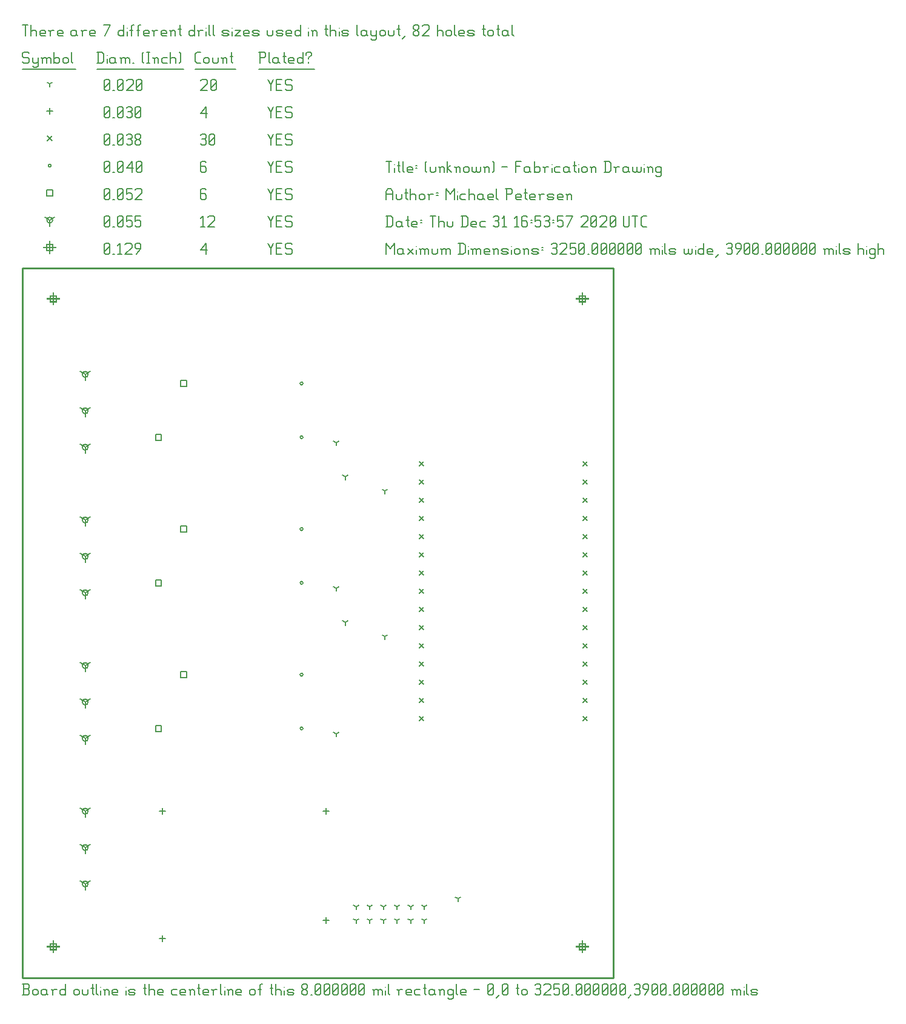
<source format=gbr>
G04 start of page 12 for group -3984 idx -3984 *
G04 Title: (unknown), fab *
G04 Creator: pcb 4.0.2 *
G04 CreationDate: Thu Dec 31 16:53:57 2020 UTC *
G04 For: petersen *
G04 Format: Gerber/RS-274X *
G04 PCB-Dimensions (mil): 3250.00 3900.00 *
G04 PCB-Coordinate-Origin: lower left *
%MOIN*%
%FSLAX25Y25*%
%LNFAB*%
%ADD70C,0.0100*%
%ADD69C,0.0075*%
%ADD68C,0.0060*%
%ADD67R,0.0080X0.0080*%
G54D67*X308000Y376200D02*Y369800D01*
X304800Y373000D02*X311200D01*
X306400Y374600D02*X309600D01*
X306400D02*Y371400D01*
X309600D01*
Y374600D02*Y371400D01*
X17000Y376200D02*Y369800D01*
X13800Y373000D02*X20200D01*
X15400Y374600D02*X18600D01*
X15400D02*Y371400D01*
X18600D01*
Y374600D02*Y371400D01*
X308000Y20200D02*Y13800D01*
X304800Y17000D02*X311200D01*
X306400Y18600D02*X309600D01*
X306400D02*Y15400D01*
X309600D01*
Y18600D02*Y15400D01*
X17000Y20200D02*Y13800D01*
X13800Y17000D02*X20200D01*
X15400Y18600D02*X18600D01*
X15400D02*Y15400D01*
X18600D01*
Y18600D02*Y15400D01*
X15000Y404450D02*Y398050D01*
X11800Y401250D02*X18200D01*
X13400Y402850D02*X16600D01*
X13400D02*Y399650D01*
X16600D01*
Y402850D02*Y399650D01*
G54D68*X135000Y403500D02*X136500Y400500D01*
X138000Y403500D01*
X136500Y400500D02*Y397500D01*
X139800Y400800D02*X142050D01*
X139800Y397500D02*X142800D01*
X139800Y403500D02*Y397500D01*
Y403500D02*X142800D01*
X147600D02*X148350Y402750D01*
X145350Y403500D02*X147600D01*
X144600Y402750D02*X145350Y403500D01*
X144600Y402750D02*Y401250D01*
X145350Y400500D01*
X147600D01*
X148350Y399750D01*
Y398250D01*
X147600Y397500D02*X148350Y398250D01*
X145350Y397500D02*X147600D01*
X144600Y398250D02*X145350Y397500D01*
X98000Y399750D02*X101000Y403500D01*
X98000Y399750D02*X101750D01*
X101000Y403500D02*Y397500D01*
X45000Y398250D02*X45750Y397500D01*
X45000Y402750D02*Y398250D01*
Y402750D02*X45750Y403500D01*
X47250D01*
X48000Y402750D01*
Y398250D01*
X47250Y397500D02*X48000Y398250D01*
X45750Y397500D02*X47250D01*
X45000Y399000D02*X48000Y402000D01*
X49800Y397500D02*X50550D01*
X52350Y402300D02*X53550Y403500D01*
Y397500D01*
X52350D02*X54600D01*
X56400Y402750D02*X57150Y403500D01*
X59400D01*
X60150Y402750D01*
Y401250D01*
X56400Y397500D02*X60150Y401250D01*
X56400Y397500D02*X60150D01*
X62700D02*X64950Y400500D01*
Y402750D02*Y400500D01*
X64200Y403500D02*X64950Y402750D01*
X62700Y403500D02*X64200D01*
X61950Y402750D02*X62700Y403500D01*
X61950Y402750D02*Y401250D01*
X62700Y400500D01*
X64950D01*
X34500Y291500D02*Y288300D01*
Y291500D02*X37273Y293100D01*
X34500Y291500D02*X31727Y293100D01*
X32900Y291500D02*G75*G03X36100Y291500I1600J0D01*G01*
G75*G03X32900Y291500I-1600J0D01*G01*
X34500Y311500D02*Y308300D01*
Y311500D02*X37273Y313100D01*
X34500Y311500D02*X31727Y313100D01*
X32900Y311500D02*G75*G03X36100Y311500I1600J0D01*G01*
G75*G03X32900Y311500I-1600J0D01*G01*
X34500Y331500D02*Y328300D01*
Y331500D02*X37273Y333100D01*
X34500Y331500D02*X31727Y333100D01*
X32900Y331500D02*G75*G03X36100Y331500I1600J0D01*G01*
G75*G03X32900Y331500I-1600J0D01*G01*
X34500Y211500D02*Y208300D01*
Y211500D02*X37273Y213100D01*
X34500Y211500D02*X31727Y213100D01*
X32900Y211500D02*G75*G03X36100Y211500I1600J0D01*G01*
G75*G03X32900Y211500I-1600J0D01*G01*
X34500Y231500D02*Y228300D01*
Y231500D02*X37273Y233100D01*
X34500Y231500D02*X31727Y233100D01*
X32900Y231500D02*G75*G03X36100Y231500I1600J0D01*G01*
G75*G03X32900Y231500I-1600J0D01*G01*
X34500Y251500D02*Y248300D01*
Y251500D02*X37273Y253100D01*
X34500Y251500D02*X31727Y253100D01*
X32900Y251500D02*G75*G03X36100Y251500I1600J0D01*G01*
G75*G03X32900Y251500I-1600J0D01*G01*
X34500Y131500D02*Y128300D01*
Y131500D02*X37273Y133100D01*
X34500Y131500D02*X31727Y133100D01*
X32900Y131500D02*G75*G03X36100Y131500I1600J0D01*G01*
G75*G03X32900Y131500I-1600J0D01*G01*
X34500Y151500D02*Y148300D01*
Y151500D02*X37273Y153100D01*
X34500Y151500D02*X31727Y153100D01*
X32900Y151500D02*G75*G03X36100Y151500I1600J0D01*G01*
G75*G03X32900Y151500I-1600J0D01*G01*
X34500Y171500D02*Y168300D01*
Y171500D02*X37273Y173100D01*
X34500Y171500D02*X31727Y173100D01*
X32900Y171500D02*G75*G03X36100Y171500I1600J0D01*G01*
G75*G03X32900Y171500I-1600J0D01*G01*
X34500Y91500D02*Y88300D01*
Y91500D02*X37273Y93100D01*
X34500Y91500D02*X31727Y93100D01*
X32900Y91500D02*G75*G03X36100Y91500I1600J0D01*G01*
G75*G03X32900Y91500I-1600J0D01*G01*
X34500Y71500D02*Y68300D01*
Y71500D02*X37273Y73100D01*
X34500Y71500D02*X31727Y73100D01*
X32900Y71500D02*G75*G03X36100Y71500I1600J0D01*G01*
G75*G03X32900Y71500I-1600J0D01*G01*
X34500Y51500D02*Y48300D01*
Y51500D02*X37273Y53100D01*
X34500Y51500D02*X31727Y53100D01*
X32900Y51500D02*G75*G03X36100Y51500I1600J0D01*G01*
G75*G03X32900Y51500I-1600J0D01*G01*
X15000Y416250D02*Y413050D01*
Y416250D02*X17773Y417850D01*
X15000Y416250D02*X12227Y417850D01*
X13400Y416250D02*G75*G03X16600Y416250I1600J0D01*G01*
G75*G03X13400Y416250I-1600J0D01*G01*
X135000Y418500D02*X136500Y415500D01*
X138000Y418500D01*
X136500Y415500D02*Y412500D01*
X139800Y415800D02*X142050D01*
X139800Y412500D02*X142800D01*
X139800Y418500D02*Y412500D01*
Y418500D02*X142800D01*
X147600D02*X148350Y417750D01*
X145350Y418500D02*X147600D01*
X144600Y417750D02*X145350Y418500D01*
X144600Y417750D02*Y416250D01*
X145350Y415500D01*
X147600D01*
X148350Y414750D01*
Y413250D01*
X147600Y412500D02*X148350Y413250D01*
X145350Y412500D02*X147600D01*
X144600Y413250D02*X145350Y412500D01*
X98000Y417300D02*X99200Y418500D01*
Y412500D01*
X98000D02*X100250D01*
X102050Y417750D02*X102800Y418500D01*
X105050D01*
X105800Y417750D01*
Y416250D01*
X102050Y412500D02*X105800Y416250D01*
X102050Y412500D02*X105800D01*
X45000Y413250D02*X45750Y412500D01*
X45000Y417750D02*Y413250D01*
Y417750D02*X45750Y418500D01*
X47250D01*
X48000Y417750D01*
Y413250D01*
X47250Y412500D02*X48000Y413250D01*
X45750Y412500D02*X47250D01*
X45000Y414000D02*X48000Y417000D01*
X49800Y412500D02*X50550D01*
X52350Y413250D02*X53100Y412500D01*
X52350Y417750D02*Y413250D01*
Y417750D02*X53100Y418500D01*
X54600D01*
X55350Y417750D01*
Y413250D01*
X54600Y412500D02*X55350Y413250D01*
X53100Y412500D02*X54600D01*
X52350Y414000D02*X55350Y417000D01*
X57150Y418500D02*X60150D01*
X57150D02*Y415500D01*
X57900Y416250D01*
X59400D01*
X60150Y415500D01*
Y413250D01*
X59400Y412500D02*X60150Y413250D01*
X57900Y412500D02*X59400D01*
X57150Y413250D02*X57900Y412500D01*
X61950Y418500D02*X64950D01*
X61950D02*Y415500D01*
X62700Y416250D01*
X64200D01*
X64950Y415500D01*
Y413250D01*
X64200Y412500D02*X64950Y413250D01*
X62700Y412500D02*X64200D01*
X61950Y413250D02*X62700Y412500D01*
X86939Y328100D02*X90139D01*
X86939D02*Y324900D01*
X90139D01*
Y328100D02*Y324900D01*
X73160Y298572D02*X76360D01*
X73160D02*Y295372D01*
X76360D01*
Y298572D02*Y295372D01*
X86939Y248100D02*X90139D01*
X86939D02*Y244900D01*
X90139D01*
Y248100D02*Y244900D01*
X73160Y218572D02*X76360D01*
X73160D02*Y215372D01*
X76360D01*
Y218572D02*Y215372D01*
X86939Y168100D02*X90139D01*
X86939D02*Y164900D01*
X90139D01*
Y168100D02*Y164900D01*
X73160Y138572D02*X76360D01*
X73160D02*Y135372D01*
X76360D01*
Y138572D02*Y135372D01*
X13400Y432850D02*X16600D01*
X13400D02*Y429650D01*
X16600D01*
Y432850D02*Y429650D01*
X135000Y433500D02*X136500Y430500D01*
X138000Y433500D01*
X136500Y430500D02*Y427500D01*
X139800Y430800D02*X142050D01*
X139800Y427500D02*X142800D01*
X139800Y433500D02*Y427500D01*
Y433500D02*X142800D01*
X147600D02*X148350Y432750D01*
X145350Y433500D02*X147600D01*
X144600Y432750D02*X145350Y433500D01*
X144600Y432750D02*Y431250D01*
X145350Y430500D01*
X147600D01*
X148350Y429750D01*
Y428250D01*
X147600Y427500D02*X148350Y428250D01*
X145350Y427500D02*X147600D01*
X144600Y428250D02*X145350Y427500D01*
X100250Y433500D02*X101000Y432750D01*
X98750Y433500D02*X100250D01*
X98000Y432750D02*X98750Y433500D01*
X98000Y432750D02*Y428250D01*
X98750Y427500D01*
X100250Y430800D02*X101000Y430050D01*
X98000Y430800D02*X100250D01*
X98750Y427500D02*X100250D01*
X101000Y428250D01*
Y430050D02*Y428250D01*
X45000D02*X45750Y427500D01*
X45000Y432750D02*Y428250D01*
Y432750D02*X45750Y433500D01*
X47250D01*
X48000Y432750D01*
Y428250D01*
X47250Y427500D02*X48000Y428250D01*
X45750Y427500D02*X47250D01*
X45000Y429000D02*X48000Y432000D01*
X49800Y427500D02*X50550D01*
X52350Y428250D02*X53100Y427500D01*
X52350Y432750D02*Y428250D01*
Y432750D02*X53100Y433500D01*
X54600D01*
X55350Y432750D01*
Y428250D01*
X54600Y427500D02*X55350Y428250D01*
X53100Y427500D02*X54600D01*
X52350Y429000D02*X55350Y432000D01*
X57150Y433500D02*X60150D01*
X57150D02*Y430500D01*
X57900Y431250D01*
X59400D01*
X60150Y430500D01*
Y428250D01*
X59400Y427500D02*X60150Y428250D01*
X57900Y427500D02*X59400D01*
X57150Y428250D02*X57900Y427500D01*
X61950Y432750D02*X62700Y433500D01*
X64950D01*
X65700Y432750D01*
Y431250D01*
X61950Y427500D02*X65700Y431250D01*
X61950Y427500D02*X65700D01*
X152700Y326500D02*G75*G03X154300Y326500I800J0D01*G01*
G75*G03X152700Y326500I-800J0D01*G01*
Y296972D02*G75*G03X154300Y296972I800J0D01*G01*
G75*G03X152700Y296972I-800J0D01*G01*
Y246500D02*G75*G03X154300Y246500I800J0D01*G01*
G75*G03X152700Y246500I-800J0D01*G01*
Y216972D02*G75*G03X154300Y216972I800J0D01*G01*
G75*G03X152700Y216972I-800J0D01*G01*
Y166500D02*G75*G03X154300Y166500I800J0D01*G01*
G75*G03X152700Y166500I-800J0D01*G01*
Y136972D02*G75*G03X154300Y136972I800J0D01*G01*
G75*G03X152700Y136972I-800J0D01*G01*
X14200Y446250D02*G75*G03X15800Y446250I800J0D01*G01*
G75*G03X14200Y446250I-800J0D01*G01*
X135000Y448500D02*X136500Y445500D01*
X138000Y448500D01*
X136500Y445500D02*Y442500D01*
X139800Y445800D02*X142050D01*
X139800Y442500D02*X142800D01*
X139800Y448500D02*Y442500D01*
Y448500D02*X142800D01*
X147600D02*X148350Y447750D01*
X145350Y448500D02*X147600D01*
X144600Y447750D02*X145350Y448500D01*
X144600Y447750D02*Y446250D01*
X145350Y445500D01*
X147600D01*
X148350Y444750D01*
Y443250D01*
X147600Y442500D02*X148350Y443250D01*
X145350Y442500D02*X147600D01*
X144600Y443250D02*X145350Y442500D01*
X100250Y448500D02*X101000Y447750D01*
X98750Y448500D02*X100250D01*
X98000Y447750D02*X98750Y448500D01*
X98000Y447750D02*Y443250D01*
X98750Y442500D01*
X100250Y445800D02*X101000Y445050D01*
X98000Y445800D02*X100250D01*
X98750Y442500D02*X100250D01*
X101000Y443250D01*
Y445050D02*Y443250D01*
X45000D02*X45750Y442500D01*
X45000Y447750D02*Y443250D01*
Y447750D02*X45750Y448500D01*
X47250D01*
X48000Y447750D01*
Y443250D01*
X47250Y442500D02*X48000Y443250D01*
X45750Y442500D02*X47250D01*
X45000Y444000D02*X48000Y447000D01*
X49800Y442500D02*X50550D01*
X52350Y443250D02*X53100Y442500D01*
X52350Y447750D02*Y443250D01*
Y447750D02*X53100Y448500D01*
X54600D01*
X55350Y447750D01*
Y443250D01*
X54600Y442500D02*X55350Y443250D01*
X53100Y442500D02*X54600D01*
X52350Y444000D02*X55350Y447000D01*
X57150Y444750D02*X60150Y448500D01*
X57150Y444750D02*X60900D01*
X60150Y448500D02*Y442500D01*
X62700Y443250D02*X63450Y442500D01*
X62700Y447750D02*Y443250D01*
Y447750D02*X63450Y448500D01*
X64950D01*
X65700Y447750D01*
Y443250D01*
X64950Y442500D02*X65700Y443250D01*
X63450Y442500D02*X64950D01*
X62700Y444000D02*X65700Y447000D01*
X218300Y283700D02*X220700Y281300D01*
X218300D02*X220700Y283700D01*
X218300Y273700D02*X220700Y271300D01*
X218300D02*X220700Y273700D01*
X218300Y263700D02*X220700Y261300D01*
X218300D02*X220700Y263700D01*
X218300Y253700D02*X220700Y251300D01*
X218300D02*X220700Y253700D01*
X218300Y243700D02*X220700Y241300D01*
X218300D02*X220700Y243700D01*
X218300Y233700D02*X220700Y231300D01*
X218300D02*X220700Y233700D01*
X218300Y223700D02*X220700Y221300D01*
X218300D02*X220700Y223700D01*
X218300Y213700D02*X220700Y211300D01*
X218300D02*X220700Y213700D01*
X218300Y203700D02*X220700Y201300D01*
X218300D02*X220700Y203700D01*
X218300Y193700D02*X220700Y191300D01*
X218300D02*X220700Y193700D01*
X218300Y183700D02*X220700Y181300D01*
X218300D02*X220700Y183700D01*
X218300Y173700D02*X220700Y171300D01*
X218300D02*X220700Y173700D01*
X218300Y163700D02*X220700Y161300D01*
X218300D02*X220700Y163700D01*
X218300Y153700D02*X220700Y151300D01*
X218300D02*X220700Y153700D01*
X218300Y143700D02*X220700Y141300D01*
X218300D02*X220700Y143700D01*
X308300Y283700D02*X310700Y281300D01*
X308300D02*X310700Y283700D01*
X308300Y273700D02*X310700Y271300D01*
X308300D02*X310700Y273700D01*
X308300Y263700D02*X310700Y261300D01*
X308300D02*X310700Y263700D01*
X308300Y253700D02*X310700Y251300D01*
X308300D02*X310700Y253700D01*
X308300Y243700D02*X310700Y241300D01*
X308300D02*X310700Y243700D01*
X308300Y233700D02*X310700Y231300D01*
X308300D02*X310700Y233700D01*
X308300Y223700D02*X310700Y221300D01*
X308300D02*X310700Y223700D01*
X308300Y213700D02*X310700Y211300D01*
X308300D02*X310700Y213700D01*
X308300Y203700D02*X310700Y201300D01*
X308300D02*X310700Y203700D01*
X308300Y193700D02*X310700Y191300D01*
X308300D02*X310700Y193700D01*
X308300Y183700D02*X310700Y181300D01*
X308300D02*X310700Y183700D01*
X308300Y173700D02*X310700Y171300D01*
X308300D02*X310700Y173700D01*
X308300Y163700D02*X310700Y161300D01*
X308300D02*X310700Y163700D01*
X308300Y153700D02*X310700Y151300D01*
X308300D02*X310700Y153700D01*
X308300Y143700D02*X310700Y141300D01*
X308300D02*X310700Y143700D01*
X13800Y462450D02*X16200Y460050D01*
X13800D02*X16200Y462450D01*
X135000Y463500D02*X136500Y460500D01*
X138000Y463500D01*
X136500Y460500D02*Y457500D01*
X139800Y460800D02*X142050D01*
X139800Y457500D02*X142800D01*
X139800Y463500D02*Y457500D01*
Y463500D02*X142800D01*
X147600D02*X148350Y462750D01*
X145350Y463500D02*X147600D01*
X144600Y462750D02*X145350Y463500D01*
X144600Y462750D02*Y461250D01*
X145350Y460500D01*
X147600D01*
X148350Y459750D01*
Y458250D01*
X147600Y457500D02*X148350Y458250D01*
X145350Y457500D02*X147600D01*
X144600Y458250D02*X145350Y457500D01*
X98000Y462750D02*X98750Y463500D01*
X100250D01*
X101000Y462750D01*
X100250Y457500D02*X101000Y458250D01*
X98750Y457500D02*X100250D01*
X98000Y458250D02*X98750Y457500D01*
Y460800D02*X100250D01*
X101000Y462750D02*Y461550D01*
Y460050D02*Y458250D01*
Y460050D02*X100250Y460800D01*
X101000Y461550D02*X100250Y460800D01*
X102800Y458250D02*X103550Y457500D01*
X102800Y462750D02*Y458250D01*
Y462750D02*X103550Y463500D01*
X105050D01*
X105800Y462750D01*
Y458250D01*
X105050Y457500D02*X105800Y458250D01*
X103550Y457500D02*X105050D01*
X102800Y459000D02*X105800Y462000D01*
X45000Y458250D02*X45750Y457500D01*
X45000Y462750D02*Y458250D01*
Y462750D02*X45750Y463500D01*
X47250D01*
X48000Y462750D01*
Y458250D01*
X47250Y457500D02*X48000Y458250D01*
X45750Y457500D02*X47250D01*
X45000Y459000D02*X48000Y462000D01*
X49800Y457500D02*X50550D01*
X52350Y458250D02*X53100Y457500D01*
X52350Y462750D02*Y458250D01*
Y462750D02*X53100Y463500D01*
X54600D01*
X55350Y462750D01*
Y458250D01*
X54600Y457500D02*X55350Y458250D01*
X53100Y457500D02*X54600D01*
X52350Y459000D02*X55350Y462000D01*
X57150Y462750D02*X57900Y463500D01*
X59400D01*
X60150Y462750D01*
X59400Y457500D02*X60150Y458250D01*
X57900Y457500D02*X59400D01*
X57150Y458250D02*X57900Y457500D01*
Y460800D02*X59400D01*
X60150Y462750D02*Y461550D01*
Y460050D02*Y458250D01*
Y460050D02*X59400Y460800D01*
X60150Y461550D02*X59400Y460800D01*
X61950Y458250D02*X62700Y457500D01*
X61950Y459450D02*Y458250D01*
Y459450D02*X63000Y460500D01*
X63900D01*
X64950Y459450D01*
Y458250D01*
X64200Y457500D02*X64950Y458250D01*
X62700Y457500D02*X64200D01*
X61950Y461550D02*X63000Y460500D01*
X61950Y462750D02*Y461550D01*
Y462750D02*X62700Y463500D01*
X64200D01*
X64950Y462750D01*
Y461550D01*
X63900Y460500D02*X64950Y461550D01*
X77000Y23100D02*Y19900D01*
X75400Y21500D02*X78600D01*
X167000Y33100D02*Y29900D01*
X165400Y31500D02*X168600D01*
X167000Y93100D02*Y89900D01*
X165400Y91500D02*X168600D01*
X77000Y93100D02*Y89900D01*
X75400Y91500D02*X78600D01*
X15000Y477850D02*Y474650D01*
X13400Y476250D02*X16600D01*
X135000Y478500D02*X136500Y475500D01*
X138000Y478500D01*
X136500Y475500D02*Y472500D01*
X139800Y475800D02*X142050D01*
X139800Y472500D02*X142800D01*
X139800Y478500D02*Y472500D01*
Y478500D02*X142800D01*
X147600D02*X148350Y477750D01*
X145350Y478500D02*X147600D01*
X144600Y477750D02*X145350Y478500D01*
X144600Y477750D02*Y476250D01*
X145350Y475500D01*
X147600D01*
X148350Y474750D01*
Y473250D01*
X147600Y472500D02*X148350Y473250D01*
X145350Y472500D02*X147600D01*
X144600Y473250D02*X145350Y472500D01*
X98000Y474750D02*X101000Y478500D01*
X98000Y474750D02*X101750D01*
X101000Y478500D02*Y472500D01*
X45000Y473250D02*X45750Y472500D01*
X45000Y477750D02*Y473250D01*
Y477750D02*X45750Y478500D01*
X47250D01*
X48000Y477750D01*
Y473250D01*
X47250Y472500D02*X48000Y473250D01*
X45750Y472500D02*X47250D01*
X45000Y474000D02*X48000Y477000D01*
X49800Y472500D02*X50550D01*
X52350Y473250D02*X53100Y472500D01*
X52350Y477750D02*Y473250D01*
Y477750D02*X53100Y478500D01*
X54600D01*
X55350Y477750D01*
Y473250D01*
X54600Y472500D02*X55350Y473250D01*
X53100Y472500D02*X54600D01*
X52350Y474000D02*X55350Y477000D01*
X57150Y477750D02*X57900Y478500D01*
X59400D01*
X60150Y477750D01*
X59400Y472500D02*X60150Y473250D01*
X57900Y472500D02*X59400D01*
X57150Y473250D02*X57900Y472500D01*
Y475800D02*X59400D01*
X60150Y477750D02*Y476550D01*
Y475050D02*Y473250D01*
Y475050D02*X59400Y475800D01*
X60150Y476550D02*X59400Y475800D01*
X61950Y473250D02*X62700Y472500D01*
X61950Y477750D02*Y473250D01*
Y477750D02*X62700Y478500D01*
X64200D01*
X64950Y477750D01*
Y473250D01*
X64200Y472500D02*X64950Y473250D01*
X62700Y472500D02*X64200D01*
X61950Y474000D02*X64950Y477000D01*
X183500Y31500D02*Y29900D01*
Y31500D02*X184887Y32300D01*
X183500Y31500D02*X182113Y32300D01*
X191000Y31500D02*Y29900D01*
Y31500D02*X192387Y32300D01*
X191000Y31500D02*X189613Y32300D01*
X198500Y31500D02*Y29900D01*
Y31500D02*X199887Y32300D01*
X198500Y31500D02*X197113Y32300D01*
X206000Y31500D02*Y29900D01*
Y31500D02*X207387Y32300D01*
X206000Y31500D02*X204613Y32300D01*
X213500Y31500D02*Y29900D01*
Y31500D02*X214887Y32300D01*
X213500Y31500D02*X212113Y32300D01*
X221000Y31500D02*Y29900D01*
Y31500D02*X222387Y32300D01*
X221000Y31500D02*X219613Y32300D01*
X183500Y39000D02*Y37400D01*
Y39000D02*X184887Y39800D01*
X183500Y39000D02*X182113Y39800D01*
X191000Y39000D02*Y37400D01*
Y39000D02*X192387Y39800D01*
X191000Y39000D02*X189613Y39800D01*
X198500Y39000D02*Y37400D01*
Y39000D02*X199887Y39800D01*
X198500Y39000D02*X197113Y39800D01*
X206000Y39000D02*Y37400D01*
Y39000D02*X207387Y39800D01*
X206000Y39000D02*X204613Y39800D01*
X213500Y39000D02*Y37400D01*
Y39000D02*X214887Y39800D01*
X213500Y39000D02*X212113Y39800D01*
X221000Y39000D02*Y37400D01*
Y39000D02*X222387Y39800D01*
X221000Y39000D02*X219613Y39800D01*
X177500Y195300D02*Y193700D01*
Y195300D02*X178887Y196100D01*
X177500Y195300D02*X176113Y196100D01*
X199300Y187500D02*Y185900D01*
Y187500D02*X200687Y188300D01*
X199300Y187500D02*X197913Y188300D01*
X177500Y275300D02*Y273700D01*
Y275300D02*X178887Y276100D01*
X177500Y275300D02*X176113Y276100D01*
X199300Y267500D02*Y265900D01*
Y267500D02*X200687Y268300D01*
X199300Y267500D02*X197913Y268300D01*
X172500Y294000D02*Y292400D01*
Y294000D02*X173887Y294800D01*
X172500Y294000D02*X171113Y294800D01*
X172500Y214000D02*Y212400D01*
Y214000D02*X173887Y214800D01*
X172500Y214000D02*X171113Y214800D01*
X172500Y134000D02*Y132400D01*
Y134000D02*X173887Y134800D01*
X172500Y134000D02*X171113Y134800D01*
X239500Y43500D02*Y41900D01*
Y43500D02*X240887Y44300D01*
X239500Y43500D02*X238113Y44300D01*
X15000Y491250D02*Y489650D01*
Y491250D02*X16387Y492050D01*
X15000Y491250D02*X13613Y492050D01*
X135000Y493500D02*X136500Y490500D01*
X138000Y493500D01*
X136500Y490500D02*Y487500D01*
X139800Y490800D02*X142050D01*
X139800Y487500D02*X142800D01*
X139800Y493500D02*Y487500D01*
Y493500D02*X142800D01*
X147600D02*X148350Y492750D01*
X145350Y493500D02*X147600D01*
X144600Y492750D02*X145350Y493500D01*
X144600Y492750D02*Y491250D01*
X145350Y490500D01*
X147600D01*
X148350Y489750D01*
Y488250D01*
X147600Y487500D02*X148350Y488250D01*
X145350Y487500D02*X147600D01*
X144600Y488250D02*X145350Y487500D01*
X98000Y492750D02*X98750Y493500D01*
X101000D01*
X101750Y492750D01*
Y491250D01*
X98000Y487500D02*X101750Y491250D01*
X98000Y487500D02*X101750D01*
X103550Y488250D02*X104300Y487500D01*
X103550Y492750D02*Y488250D01*
Y492750D02*X104300Y493500D01*
X105800D01*
X106550Y492750D01*
Y488250D01*
X105800Y487500D02*X106550Y488250D01*
X104300Y487500D02*X105800D01*
X103550Y489000D02*X106550Y492000D01*
X45000Y488250D02*X45750Y487500D01*
X45000Y492750D02*Y488250D01*
Y492750D02*X45750Y493500D01*
X47250D01*
X48000Y492750D01*
Y488250D01*
X47250Y487500D02*X48000Y488250D01*
X45750Y487500D02*X47250D01*
X45000Y489000D02*X48000Y492000D01*
X49800Y487500D02*X50550D01*
X52350Y488250D02*X53100Y487500D01*
X52350Y492750D02*Y488250D01*
Y492750D02*X53100Y493500D01*
X54600D01*
X55350Y492750D01*
Y488250D01*
X54600Y487500D02*X55350Y488250D01*
X53100Y487500D02*X54600D01*
X52350Y489000D02*X55350Y492000D01*
X57150Y492750D02*X57900Y493500D01*
X60150D01*
X60900Y492750D01*
Y491250D01*
X57150Y487500D02*X60900Y491250D01*
X57150Y487500D02*X60900D01*
X62700Y488250D02*X63450Y487500D01*
X62700Y492750D02*Y488250D01*
Y492750D02*X63450Y493500D01*
X64950D01*
X65700Y492750D01*
Y488250D01*
X64950Y487500D02*X65700Y488250D01*
X63450Y487500D02*X64950D01*
X62700Y489000D02*X65700Y492000D01*
X3000Y508500D02*X3750Y507750D01*
X750Y508500D02*X3000D01*
X0Y507750D02*X750Y508500D01*
X0Y507750D02*Y506250D01*
X750Y505500D01*
X3000D01*
X3750Y504750D01*
Y503250D01*
X3000Y502500D02*X3750Y503250D01*
X750Y502500D02*X3000D01*
X0Y503250D02*X750Y502500D01*
X5550Y505500D02*Y503250D01*
X6300Y502500D01*
X8550Y505500D02*Y501000D01*
X7800Y500250D02*X8550Y501000D01*
X6300Y500250D02*X7800D01*
X5550Y501000D02*X6300Y500250D01*
Y502500D02*X7800D01*
X8550Y503250D01*
X11100Y504750D02*Y502500D01*
Y504750D02*X11850Y505500D01*
X12600D01*
X13350Y504750D01*
Y502500D01*
Y504750D02*X14100Y505500D01*
X14850D01*
X15600Y504750D01*
Y502500D01*
X10350Y505500D02*X11100Y504750D01*
X17400Y508500D02*Y502500D01*
Y503250D02*X18150Y502500D01*
X19650D01*
X20400Y503250D01*
Y504750D02*Y503250D01*
X19650Y505500D02*X20400Y504750D01*
X18150Y505500D02*X19650D01*
X17400Y504750D02*X18150Y505500D01*
X22200Y504750D02*Y503250D01*
Y504750D02*X22950Y505500D01*
X24450D01*
X25200Y504750D01*
Y503250D01*
X24450Y502500D02*X25200Y503250D01*
X22950Y502500D02*X24450D01*
X22200Y503250D02*X22950Y502500D01*
X27000Y508500D02*Y503250D01*
X27750Y502500D01*
X0Y499250D02*X29250D01*
X41750Y508500D02*Y502500D01*
X43700Y508500D02*X44750Y507450D01*
Y503550D01*
X43700Y502500D02*X44750Y503550D01*
X41000Y502500D02*X43700D01*
X41000Y508500D02*X43700D01*
G54D69*X46550Y507000D02*Y506850D01*
G54D68*Y504750D02*Y502500D01*
X50300Y505500D02*X51050Y504750D01*
X48800Y505500D02*X50300D01*
X48050Y504750D02*X48800Y505500D01*
X48050Y504750D02*Y503250D01*
X48800Y502500D01*
X51050Y505500D02*Y503250D01*
X51800Y502500D01*
X48800D02*X50300D01*
X51050Y503250D01*
X54350Y504750D02*Y502500D01*
Y504750D02*X55100Y505500D01*
X55850D01*
X56600Y504750D01*
Y502500D01*
Y504750D02*X57350Y505500D01*
X58100D01*
X58850Y504750D01*
Y502500D01*
X53600Y505500D02*X54350Y504750D01*
X60650Y502500D02*X61400D01*
X65900Y503250D02*X66650Y502500D01*
X65900Y507750D02*X66650Y508500D01*
X65900Y507750D02*Y503250D01*
X68450Y508500D02*X69950D01*
X69200D02*Y502500D01*
X68450D02*X69950D01*
X72500Y504750D02*Y502500D01*
Y504750D02*X73250Y505500D01*
X74000D01*
X74750Y504750D01*
Y502500D01*
X71750Y505500D02*X72500Y504750D01*
X77300Y505500D02*X79550D01*
X76550Y504750D02*X77300Y505500D01*
X76550Y504750D02*Y503250D01*
X77300Y502500D01*
X79550D01*
X81350Y508500D02*Y502500D01*
Y504750D02*X82100Y505500D01*
X83600D01*
X84350Y504750D01*
Y502500D01*
X86150Y508500D02*X86900Y507750D01*
Y503250D01*
X86150Y502500D02*X86900Y503250D01*
X41000Y499250D02*X88700D01*
X96050Y502500D02*X98000D01*
X95000Y503550D02*X96050Y502500D01*
X95000Y507450D02*Y503550D01*
Y507450D02*X96050Y508500D01*
X98000D01*
X99800Y504750D02*Y503250D01*
Y504750D02*X100550Y505500D01*
X102050D01*
X102800Y504750D01*
Y503250D01*
X102050Y502500D02*X102800Y503250D01*
X100550Y502500D02*X102050D01*
X99800Y503250D02*X100550Y502500D01*
X104600Y505500D02*Y503250D01*
X105350Y502500D01*
X106850D01*
X107600Y503250D01*
Y505500D02*Y503250D01*
X110150Y504750D02*Y502500D01*
Y504750D02*X110900Y505500D01*
X111650D01*
X112400Y504750D01*
Y502500D01*
X109400Y505500D02*X110150Y504750D01*
X114950Y508500D02*Y503250D01*
X115700Y502500D01*
X114200Y506250D02*X115700D01*
X95000Y499250D02*X117200D01*
X130750Y508500D02*Y502500D01*
X130000Y508500D02*X133000D01*
X133750Y507750D01*
Y506250D01*
X133000Y505500D02*X133750Y506250D01*
X130750Y505500D02*X133000D01*
X135550Y508500D02*Y503250D01*
X136300Y502500D01*
X140050Y505500D02*X140800Y504750D01*
X138550Y505500D02*X140050D01*
X137800Y504750D02*X138550Y505500D01*
X137800Y504750D02*Y503250D01*
X138550Y502500D01*
X140800Y505500D02*Y503250D01*
X141550Y502500D01*
X138550D02*X140050D01*
X140800Y503250D01*
X144100Y508500D02*Y503250D01*
X144850Y502500D01*
X143350Y506250D02*X144850D01*
X147100Y502500D02*X149350D01*
X146350Y503250D02*X147100Y502500D01*
X146350Y504750D02*Y503250D01*
Y504750D02*X147100Y505500D01*
X148600D01*
X149350Y504750D01*
X146350Y504000D02*X149350D01*
Y504750D02*Y504000D01*
X154150Y508500D02*Y502500D01*
X153400D02*X154150Y503250D01*
X151900Y502500D02*X153400D01*
X151150Y503250D02*X151900Y502500D01*
X151150Y504750D02*Y503250D01*
Y504750D02*X151900Y505500D01*
X153400D01*
X154150Y504750D01*
X157450Y505500D02*Y504750D01*
Y503250D02*Y502500D01*
X155950Y507750D02*Y507000D01*
Y507750D02*X156700Y508500D01*
X158200D01*
X158950Y507750D01*
Y507000D01*
X157450Y505500D02*X158950Y507000D01*
X130000Y499250D02*X160750D01*
X0Y523500D02*X3000D01*
X1500D02*Y517500D01*
X4800Y523500D02*Y517500D01*
Y519750D02*X5550Y520500D01*
X7050D01*
X7800Y519750D01*
Y517500D01*
X10350D02*X12600D01*
X9600Y518250D02*X10350Y517500D01*
X9600Y519750D02*Y518250D01*
Y519750D02*X10350Y520500D01*
X11850D01*
X12600Y519750D01*
X9600Y519000D02*X12600D01*
Y519750D02*Y519000D01*
X15150Y519750D02*Y517500D01*
Y519750D02*X15900Y520500D01*
X17400D01*
X14400D02*X15150Y519750D01*
X19950Y517500D02*X22200D01*
X19200Y518250D02*X19950Y517500D01*
X19200Y519750D02*Y518250D01*
Y519750D02*X19950Y520500D01*
X21450D01*
X22200Y519750D01*
X19200Y519000D02*X22200D01*
Y519750D02*Y519000D01*
X28950Y520500D02*X29700Y519750D01*
X27450Y520500D02*X28950D01*
X26700Y519750D02*X27450Y520500D01*
X26700Y519750D02*Y518250D01*
X27450Y517500D01*
X29700Y520500D02*Y518250D01*
X30450Y517500D01*
X27450D02*X28950D01*
X29700Y518250D01*
X33000Y519750D02*Y517500D01*
Y519750D02*X33750Y520500D01*
X35250D01*
X32250D02*X33000Y519750D01*
X37800Y517500D02*X40050D01*
X37050Y518250D02*X37800Y517500D01*
X37050Y519750D02*Y518250D01*
Y519750D02*X37800Y520500D01*
X39300D01*
X40050Y519750D01*
X37050Y519000D02*X40050D01*
Y519750D02*Y519000D01*
X45300Y517500D02*X48300Y523500D01*
X44550D02*X48300D01*
X55800D02*Y517500D01*
X55050D02*X55800Y518250D01*
X53550Y517500D02*X55050D01*
X52800Y518250D02*X53550Y517500D01*
X52800Y519750D02*Y518250D01*
Y519750D02*X53550Y520500D01*
X55050D01*
X55800Y519750D01*
G54D69*X57600Y522000D02*Y521850D01*
G54D68*Y519750D02*Y517500D01*
X59850Y522750D02*Y517500D01*
Y522750D02*X60600Y523500D01*
X61350D01*
X59100Y520500D02*X60600D01*
X63600Y522750D02*Y517500D01*
Y522750D02*X64350Y523500D01*
X65100D01*
X62850Y520500D02*X64350D01*
X67350Y517500D02*X69600D01*
X66600Y518250D02*X67350Y517500D01*
X66600Y519750D02*Y518250D01*
Y519750D02*X67350Y520500D01*
X68850D01*
X69600Y519750D01*
X66600Y519000D02*X69600D01*
Y519750D02*Y519000D01*
X72150Y519750D02*Y517500D01*
Y519750D02*X72900Y520500D01*
X74400D01*
X71400D02*X72150Y519750D01*
X76950Y517500D02*X79200D01*
X76200Y518250D02*X76950Y517500D01*
X76200Y519750D02*Y518250D01*
Y519750D02*X76950Y520500D01*
X78450D01*
X79200Y519750D01*
X76200Y519000D02*X79200D01*
Y519750D02*Y519000D01*
X81750Y519750D02*Y517500D01*
Y519750D02*X82500Y520500D01*
X83250D01*
X84000Y519750D01*
Y517500D01*
X81000Y520500D02*X81750Y519750D01*
X86550Y523500D02*Y518250D01*
X87300Y517500D01*
X85800Y521250D02*X87300D01*
X94500Y523500D02*Y517500D01*
X93750D02*X94500Y518250D01*
X92250Y517500D02*X93750D01*
X91500Y518250D02*X92250Y517500D01*
X91500Y519750D02*Y518250D01*
Y519750D02*X92250Y520500D01*
X93750D01*
X94500Y519750D01*
X97050D02*Y517500D01*
Y519750D02*X97800Y520500D01*
X99300D01*
X96300D02*X97050Y519750D01*
G54D69*X101100Y522000D02*Y521850D01*
G54D68*Y519750D02*Y517500D01*
X102600Y523500D02*Y518250D01*
X103350Y517500D01*
X104850Y523500D02*Y518250D01*
X105600Y517500D01*
X110550D02*X112800D01*
X113550Y518250D01*
X112800Y519000D02*X113550Y518250D01*
X110550Y519000D02*X112800D01*
X109800Y519750D02*X110550Y519000D01*
X109800Y519750D02*X110550Y520500D01*
X112800D01*
X113550Y519750D01*
X109800Y518250D02*X110550Y517500D01*
G54D69*X115350Y522000D02*Y521850D01*
G54D68*Y519750D02*Y517500D01*
X116850Y520500D02*X119850D01*
X116850Y517500D02*X119850Y520500D01*
X116850Y517500D02*X119850D01*
X122400D02*X124650D01*
X121650Y518250D02*X122400Y517500D01*
X121650Y519750D02*Y518250D01*
Y519750D02*X122400Y520500D01*
X123900D01*
X124650Y519750D01*
X121650Y519000D02*X124650D01*
Y519750D02*Y519000D01*
X127200Y517500D02*X129450D01*
X130200Y518250D01*
X129450Y519000D02*X130200Y518250D01*
X127200Y519000D02*X129450D01*
X126450Y519750D02*X127200Y519000D01*
X126450Y519750D02*X127200Y520500D01*
X129450D01*
X130200Y519750D01*
X126450Y518250D02*X127200Y517500D01*
X134700Y520500D02*Y518250D01*
X135450Y517500D01*
X136950D01*
X137700Y518250D01*
Y520500D02*Y518250D01*
X140250Y517500D02*X142500D01*
X143250Y518250D01*
X142500Y519000D02*X143250Y518250D01*
X140250Y519000D02*X142500D01*
X139500Y519750D02*X140250Y519000D01*
X139500Y519750D02*X140250Y520500D01*
X142500D01*
X143250Y519750D01*
X139500Y518250D02*X140250Y517500D01*
X145800D02*X148050D01*
X145050Y518250D02*X145800Y517500D01*
X145050Y519750D02*Y518250D01*
Y519750D02*X145800Y520500D01*
X147300D01*
X148050Y519750D01*
X145050Y519000D02*X148050D01*
Y519750D02*Y519000D01*
X152850Y523500D02*Y517500D01*
X152100D02*X152850Y518250D01*
X150600Y517500D02*X152100D01*
X149850Y518250D02*X150600Y517500D01*
X149850Y519750D02*Y518250D01*
Y519750D02*X150600Y520500D01*
X152100D01*
X152850Y519750D01*
G54D69*X157350Y522000D02*Y521850D01*
G54D68*Y519750D02*Y517500D01*
X159600Y519750D02*Y517500D01*
Y519750D02*X160350Y520500D01*
X161100D01*
X161850Y519750D01*
Y517500D01*
X158850Y520500D02*X159600Y519750D01*
X167100Y523500D02*Y518250D01*
X167850Y517500D01*
X166350Y521250D02*X167850D01*
X169350Y523500D02*Y517500D01*
Y519750D02*X170100Y520500D01*
X171600D01*
X172350Y519750D01*
Y517500D01*
G54D69*X174150Y522000D02*Y521850D01*
G54D68*Y519750D02*Y517500D01*
X176400D02*X178650D01*
X179400Y518250D01*
X178650Y519000D02*X179400Y518250D01*
X176400Y519000D02*X178650D01*
X175650Y519750D02*X176400Y519000D01*
X175650Y519750D02*X176400Y520500D01*
X178650D01*
X179400Y519750D01*
X175650Y518250D02*X176400Y517500D01*
X183900Y523500D02*Y518250D01*
X184650Y517500D01*
X188400Y520500D02*X189150Y519750D01*
X186900Y520500D02*X188400D01*
X186150Y519750D02*X186900Y520500D01*
X186150Y519750D02*Y518250D01*
X186900Y517500D01*
X189150Y520500D02*Y518250D01*
X189900Y517500D01*
X186900D02*X188400D01*
X189150Y518250D01*
X191700Y520500D02*Y518250D01*
X192450Y517500D01*
X194700Y520500D02*Y516000D01*
X193950Y515250D02*X194700Y516000D01*
X192450Y515250D02*X193950D01*
X191700Y516000D02*X192450Y515250D01*
Y517500D02*X193950D01*
X194700Y518250D01*
X196500Y519750D02*Y518250D01*
Y519750D02*X197250Y520500D01*
X198750D01*
X199500Y519750D01*
Y518250D01*
X198750Y517500D02*X199500Y518250D01*
X197250Y517500D02*X198750D01*
X196500Y518250D02*X197250Y517500D01*
X201300Y520500D02*Y518250D01*
X202050Y517500D01*
X203550D01*
X204300Y518250D01*
Y520500D02*Y518250D01*
X206850Y523500D02*Y518250D01*
X207600Y517500D01*
X206100Y521250D02*X207600D01*
X209100Y516000D02*X210600Y517500D01*
X215100Y518250D02*X215850Y517500D01*
X215100Y519450D02*Y518250D01*
Y519450D02*X216150Y520500D01*
X217050D01*
X218100Y519450D01*
Y518250D01*
X217350Y517500D02*X218100Y518250D01*
X215850Y517500D02*X217350D01*
X215100Y521550D02*X216150Y520500D01*
X215100Y522750D02*Y521550D01*
Y522750D02*X215850Y523500D01*
X217350D01*
X218100Y522750D01*
Y521550D01*
X217050Y520500D02*X218100Y521550D01*
X219900Y522750D02*X220650Y523500D01*
X222900D01*
X223650Y522750D01*
Y521250D01*
X219900Y517500D02*X223650Y521250D01*
X219900Y517500D02*X223650D01*
X228150Y523500D02*Y517500D01*
Y519750D02*X228900Y520500D01*
X230400D01*
X231150Y519750D01*
Y517500D01*
X232950Y519750D02*Y518250D01*
Y519750D02*X233700Y520500D01*
X235200D01*
X235950Y519750D01*
Y518250D01*
X235200Y517500D02*X235950Y518250D01*
X233700Y517500D02*X235200D01*
X232950Y518250D02*X233700Y517500D01*
X237750Y523500D02*Y518250D01*
X238500Y517500D01*
X240750D02*X243000D01*
X240000Y518250D02*X240750Y517500D01*
X240000Y519750D02*Y518250D01*
Y519750D02*X240750Y520500D01*
X242250D01*
X243000Y519750D01*
X240000Y519000D02*X243000D01*
Y519750D02*Y519000D01*
X245550Y517500D02*X247800D01*
X248550Y518250D01*
X247800Y519000D02*X248550Y518250D01*
X245550Y519000D02*X247800D01*
X244800Y519750D02*X245550Y519000D01*
X244800Y519750D02*X245550Y520500D01*
X247800D01*
X248550Y519750D01*
X244800Y518250D02*X245550Y517500D01*
X253800Y523500D02*Y518250D01*
X254550Y517500D01*
X253050Y521250D02*X254550D01*
X256050Y519750D02*Y518250D01*
Y519750D02*X256800Y520500D01*
X258300D01*
X259050Y519750D01*
Y518250D01*
X258300Y517500D02*X259050Y518250D01*
X256800Y517500D02*X258300D01*
X256050Y518250D02*X256800Y517500D01*
X261600Y523500D02*Y518250D01*
X262350Y517500D01*
X260850Y521250D02*X262350D01*
X266100Y520500D02*X266850Y519750D01*
X264600Y520500D02*X266100D01*
X263850Y519750D02*X264600Y520500D01*
X263850Y519750D02*Y518250D01*
X264600Y517500D01*
X266850Y520500D02*Y518250D01*
X267600Y517500D01*
X264600D02*X266100D01*
X266850Y518250D01*
X269400Y523500D02*Y518250D01*
X270150Y517500D01*
G54D70*X0Y390000D02*X325000D01*
X0D02*Y0D01*
X325000Y390000D02*Y0D01*
X0D02*X325000D01*
G54D68*X200000Y403500D02*Y397500D01*
Y403500D02*X202250Y400500D01*
X204500Y403500D01*
Y397500D01*
X208550Y400500D02*X209300Y399750D01*
X207050Y400500D02*X208550D01*
X206300Y399750D02*X207050Y400500D01*
X206300Y399750D02*Y398250D01*
X207050Y397500D01*
X209300Y400500D02*Y398250D01*
X210050Y397500D01*
X207050D02*X208550D01*
X209300Y398250D01*
X211850Y400500D02*X214850Y397500D01*
X211850D02*X214850Y400500D01*
G54D69*X216650Y402000D02*Y401850D01*
G54D68*Y399750D02*Y397500D01*
X218900Y399750D02*Y397500D01*
Y399750D02*X219650Y400500D01*
X220400D01*
X221150Y399750D01*
Y397500D01*
Y399750D02*X221900Y400500D01*
X222650D01*
X223400Y399750D01*
Y397500D01*
X218150Y400500D02*X218900Y399750D01*
X225200Y400500D02*Y398250D01*
X225950Y397500D01*
X227450D01*
X228200Y398250D01*
Y400500D02*Y398250D01*
X230750Y399750D02*Y397500D01*
Y399750D02*X231500Y400500D01*
X232250D01*
X233000Y399750D01*
Y397500D01*
Y399750D02*X233750Y400500D01*
X234500D01*
X235250Y399750D01*
Y397500D01*
X230000Y400500D02*X230750Y399750D01*
X240500Y403500D02*Y397500D01*
X242450Y403500D02*X243500Y402450D01*
Y398550D01*
X242450Y397500D02*X243500Y398550D01*
X239750Y397500D02*X242450D01*
X239750Y403500D02*X242450D01*
G54D69*X245300Y402000D02*Y401850D01*
G54D68*Y399750D02*Y397500D01*
X247550Y399750D02*Y397500D01*
Y399750D02*X248300Y400500D01*
X249050D01*
X249800Y399750D01*
Y397500D01*
Y399750D02*X250550Y400500D01*
X251300D01*
X252050Y399750D01*
Y397500D01*
X246800Y400500D02*X247550Y399750D01*
X254600Y397500D02*X256850D01*
X253850Y398250D02*X254600Y397500D01*
X253850Y399750D02*Y398250D01*
Y399750D02*X254600Y400500D01*
X256100D01*
X256850Y399750D01*
X253850Y399000D02*X256850D01*
Y399750D02*Y399000D01*
X259400Y399750D02*Y397500D01*
Y399750D02*X260150Y400500D01*
X260900D01*
X261650Y399750D01*
Y397500D01*
X258650Y400500D02*X259400Y399750D01*
X264200Y397500D02*X266450D01*
X267200Y398250D01*
X266450Y399000D02*X267200Y398250D01*
X264200Y399000D02*X266450D01*
X263450Y399750D02*X264200Y399000D01*
X263450Y399750D02*X264200Y400500D01*
X266450D01*
X267200Y399750D01*
X263450Y398250D02*X264200Y397500D01*
G54D69*X269000Y402000D02*Y401850D01*
G54D68*Y399750D02*Y397500D01*
X270500Y399750D02*Y398250D01*
Y399750D02*X271250Y400500D01*
X272750D01*
X273500Y399750D01*
Y398250D01*
X272750Y397500D02*X273500Y398250D01*
X271250Y397500D02*X272750D01*
X270500Y398250D02*X271250Y397500D01*
X276050Y399750D02*Y397500D01*
Y399750D02*X276800Y400500D01*
X277550D01*
X278300Y399750D01*
Y397500D01*
X275300Y400500D02*X276050Y399750D01*
X280850Y397500D02*X283100D01*
X283850Y398250D01*
X283100Y399000D02*X283850Y398250D01*
X280850Y399000D02*X283100D01*
X280100Y399750D02*X280850Y399000D01*
X280100Y399750D02*X280850Y400500D01*
X283100D01*
X283850Y399750D01*
X280100Y398250D02*X280850Y397500D01*
X285650Y401250D02*X286400D01*
X285650Y399750D02*X286400D01*
X290900Y402750D02*X291650Y403500D01*
X293150D01*
X293900Y402750D01*
X293150Y397500D02*X293900Y398250D01*
X291650Y397500D02*X293150D01*
X290900Y398250D02*X291650Y397500D01*
Y400800D02*X293150D01*
X293900Y402750D02*Y401550D01*
Y400050D02*Y398250D01*
Y400050D02*X293150Y400800D01*
X293900Y401550D02*X293150Y400800D01*
X295700Y402750D02*X296450Y403500D01*
X298700D01*
X299450Y402750D01*
Y401250D01*
X295700Y397500D02*X299450Y401250D01*
X295700Y397500D02*X299450D01*
X301250Y403500D02*X304250D01*
X301250D02*Y400500D01*
X302000Y401250D01*
X303500D01*
X304250Y400500D01*
Y398250D01*
X303500Y397500D02*X304250Y398250D01*
X302000Y397500D02*X303500D01*
X301250Y398250D02*X302000Y397500D01*
X306050Y398250D02*X306800Y397500D01*
X306050Y402750D02*Y398250D01*
Y402750D02*X306800Y403500D01*
X308300D01*
X309050Y402750D01*
Y398250D01*
X308300Y397500D02*X309050Y398250D01*
X306800Y397500D02*X308300D01*
X306050Y399000D02*X309050Y402000D01*
X310850Y397500D02*X311600D01*
X313400Y398250D02*X314150Y397500D01*
X313400Y402750D02*Y398250D01*
Y402750D02*X314150Y403500D01*
X315650D01*
X316400Y402750D01*
Y398250D01*
X315650Y397500D02*X316400Y398250D01*
X314150Y397500D02*X315650D01*
X313400Y399000D02*X316400Y402000D01*
X318200Y398250D02*X318950Y397500D01*
X318200Y402750D02*Y398250D01*
Y402750D02*X318950Y403500D01*
X320450D01*
X321200Y402750D01*
Y398250D01*
X320450Y397500D02*X321200Y398250D01*
X318950Y397500D02*X320450D01*
X318200Y399000D02*X321200Y402000D01*
X323000Y398250D02*X323750Y397500D01*
X323000Y402750D02*Y398250D01*
Y402750D02*X323750Y403500D01*
X325250D01*
X326000Y402750D01*
Y398250D01*
X325250Y397500D02*X326000Y398250D01*
X323750Y397500D02*X325250D01*
X323000Y399000D02*X326000Y402000D01*
X327800Y398250D02*X328550Y397500D01*
X327800Y402750D02*Y398250D01*
Y402750D02*X328550Y403500D01*
X330050D01*
X330800Y402750D01*
Y398250D01*
X330050Y397500D02*X330800Y398250D01*
X328550Y397500D02*X330050D01*
X327800Y399000D02*X330800Y402000D01*
X332600Y398250D02*X333350Y397500D01*
X332600Y402750D02*Y398250D01*
Y402750D02*X333350Y403500D01*
X334850D01*
X335600Y402750D01*
Y398250D01*
X334850Y397500D02*X335600Y398250D01*
X333350Y397500D02*X334850D01*
X332600Y399000D02*X335600Y402000D01*
X337400Y398250D02*X338150Y397500D01*
X337400Y402750D02*Y398250D01*
Y402750D02*X338150Y403500D01*
X339650D01*
X340400Y402750D01*
Y398250D01*
X339650Y397500D02*X340400Y398250D01*
X338150Y397500D02*X339650D01*
X337400Y399000D02*X340400Y402000D01*
X345650Y399750D02*Y397500D01*
Y399750D02*X346400Y400500D01*
X347150D01*
X347900Y399750D01*
Y397500D01*
Y399750D02*X348650Y400500D01*
X349400D01*
X350150Y399750D01*
Y397500D01*
X344900Y400500D02*X345650Y399750D01*
G54D69*X351950Y402000D02*Y401850D01*
G54D68*Y399750D02*Y397500D01*
X353450Y403500D02*Y398250D01*
X354200Y397500D01*
X356450D02*X358700D01*
X359450Y398250D01*
X358700Y399000D02*X359450Y398250D01*
X356450Y399000D02*X358700D01*
X355700Y399750D02*X356450Y399000D01*
X355700Y399750D02*X356450Y400500D01*
X358700D01*
X359450Y399750D01*
X355700Y398250D02*X356450Y397500D01*
X363950Y400500D02*Y398250D01*
X364700Y397500D01*
X365450D01*
X366200Y398250D01*
Y400500D02*Y398250D01*
X366950Y397500D01*
X367700D01*
X368450Y398250D01*
Y400500D02*Y398250D01*
G54D69*X370250Y402000D02*Y401850D01*
G54D68*Y399750D02*Y397500D01*
X374750Y403500D02*Y397500D01*
X374000D02*X374750Y398250D01*
X372500Y397500D02*X374000D01*
X371750Y398250D02*X372500Y397500D01*
X371750Y399750D02*Y398250D01*
Y399750D02*X372500Y400500D01*
X374000D01*
X374750Y399750D01*
X377300Y397500D02*X379550D01*
X376550Y398250D02*X377300Y397500D01*
X376550Y399750D02*Y398250D01*
Y399750D02*X377300Y400500D01*
X378800D01*
X379550Y399750D01*
X376550Y399000D02*X379550D01*
Y399750D02*Y399000D01*
X381350Y396000D02*X382850Y397500D01*
X387350Y402750D02*X388100Y403500D01*
X389600D01*
X390350Y402750D01*
X389600Y397500D02*X390350Y398250D01*
X388100Y397500D02*X389600D01*
X387350Y398250D02*X388100Y397500D01*
Y400800D02*X389600D01*
X390350Y402750D02*Y401550D01*
Y400050D02*Y398250D01*
Y400050D02*X389600Y400800D01*
X390350Y401550D02*X389600Y400800D01*
X392900Y397500D02*X395150Y400500D01*
Y402750D02*Y400500D01*
X394400Y403500D02*X395150Y402750D01*
X392900Y403500D02*X394400D01*
X392150Y402750D02*X392900Y403500D01*
X392150Y402750D02*Y401250D01*
X392900Y400500D01*
X395150D01*
X396950Y398250D02*X397700Y397500D01*
X396950Y402750D02*Y398250D01*
Y402750D02*X397700Y403500D01*
X399200D01*
X399950Y402750D01*
Y398250D01*
X399200Y397500D02*X399950Y398250D01*
X397700Y397500D02*X399200D01*
X396950Y399000D02*X399950Y402000D01*
X401750Y398250D02*X402500Y397500D01*
X401750Y402750D02*Y398250D01*
Y402750D02*X402500Y403500D01*
X404000D01*
X404750Y402750D01*
Y398250D01*
X404000Y397500D02*X404750Y398250D01*
X402500Y397500D02*X404000D01*
X401750Y399000D02*X404750Y402000D01*
X406550Y397500D02*X407300D01*
X409100Y398250D02*X409850Y397500D01*
X409100Y402750D02*Y398250D01*
Y402750D02*X409850Y403500D01*
X411350D01*
X412100Y402750D01*
Y398250D01*
X411350Y397500D02*X412100Y398250D01*
X409850Y397500D02*X411350D01*
X409100Y399000D02*X412100Y402000D01*
X413900Y398250D02*X414650Y397500D01*
X413900Y402750D02*Y398250D01*
Y402750D02*X414650Y403500D01*
X416150D01*
X416900Y402750D01*
Y398250D01*
X416150Y397500D02*X416900Y398250D01*
X414650Y397500D02*X416150D01*
X413900Y399000D02*X416900Y402000D01*
X418700Y398250D02*X419450Y397500D01*
X418700Y402750D02*Y398250D01*
Y402750D02*X419450Y403500D01*
X420950D01*
X421700Y402750D01*
Y398250D01*
X420950Y397500D02*X421700Y398250D01*
X419450Y397500D02*X420950D01*
X418700Y399000D02*X421700Y402000D01*
X423500Y398250D02*X424250Y397500D01*
X423500Y402750D02*Y398250D01*
Y402750D02*X424250Y403500D01*
X425750D01*
X426500Y402750D01*
Y398250D01*
X425750Y397500D02*X426500Y398250D01*
X424250Y397500D02*X425750D01*
X423500Y399000D02*X426500Y402000D01*
X428300Y398250D02*X429050Y397500D01*
X428300Y402750D02*Y398250D01*
Y402750D02*X429050Y403500D01*
X430550D01*
X431300Y402750D01*
Y398250D01*
X430550Y397500D02*X431300Y398250D01*
X429050Y397500D02*X430550D01*
X428300Y399000D02*X431300Y402000D01*
X433100Y398250D02*X433850Y397500D01*
X433100Y402750D02*Y398250D01*
Y402750D02*X433850Y403500D01*
X435350D01*
X436100Y402750D01*
Y398250D01*
X435350Y397500D02*X436100Y398250D01*
X433850Y397500D02*X435350D01*
X433100Y399000D02*X436100Y402000D01*
X441350Y399750D02*Y397500D01*
Y399750D02*X442100Y400500D01*
X442850D01*
X443600Y399750D01*
Y397500D01*
Y399750D02*X444350Y400500D01*
X445100D01*
X445850Y399750D01*
Y397500D01*
X440600Y400500D02*X441350Y399750D01*
G54D69*X447650Y402000D02*Y401850D01*
G54D68*Y399750D02*Y397500D01*
X449150Y403500D02*Y398250D01*
X449900Y397500D01*
X452150D02*X454400D01*
X455150Y398250D01*
X454400Y399000D02*X455150Y398250D01*
X452150Y399000D02*X454400D01*
X451400Y399750D02*X452150Y399000D01*
X451400Y399750D02*X452150Y400500D01*
X454400D01*
X455150Y399750D01*
X451400Y398250D02*X452150Y397500D01*
X459650Y403500D02*Y397500D01*
Y399750D02*X460400Y400500D01*
X461900D01*
X462650Y399750D01*
Y397500D01*
G54D69*X464450Y402000D02*Y401850D01*
G54D68*Y399750D02*Y397500D01*
X468200Y400500D02*X468950Y399750D01*
X466700Y400500D02*X468200D01*
X465950Y399750D02*X466700Y400500D01*
X465950Y399750D02*Y398250D01*
X466700Y397500D01*
X468200D01*
X468950Y398250D01*
X465950Y396000D02*X466700Y395250D01*
X468200D01*
X468950Y396000D01*
Y400500D02*Y396000D01*
X470750Y403500D02*Y397500D01*
Y399750D02*X471500Y400500D01*
X473000D01*
X473750Y399750D01*
Y397500D01*
X0Y-9500D02*X3000D01*
X3750Y-8750D01*
Y-6950D02*Y-8750D01*
X3000Y-6200D02*X3750Y-6950D01*
X750Y-6200D02*X3000D01*
X750Y-3500D02*Y-9500D01*
X0Y-3500D02*X3000D01*
X3750Y-4250D01*
Y-5450D01*
X3000Y-6200D02*X3750Y-5450D01*
X5550Y-7250D02*Y-8750D01*
Y-7250D02*X6300Y-6500D01*
X7800D01*
X8550Y-7250D01*
Y-8750D01*
X7800Y-9500D02*X8550Y-8750D01*
X6300Y-9500D02*X7800D01*
X5550Y-8750D02*X6300Y-9500D01*
X12600Y-6500D02*X13350Y-7250D01*
X11100Y-6500D02*X12600D01*
X10350Y-7250D02*X11100Y-6500D01*
X10350Y-7250D02*Y-8750D01*
X11100Y-9500D01*
X13350Y-6500D02*Y-8750D01*
X14100Y-9500D01*
X11100D02*X12600D01*
X13350Y-8750D01*
X16650Y-7250D02*Y-9500D01*
Y-7250D02*X17400Y-6500D01*
X18900D01*
X15900D02*X16650Y-7250D01*
X23700Y-3500D02*Y-9500D01*
X22950D02*X23700Y-8750D01*
X21450Y-9500D02*X22950D01*
X20700Y-8750D02*X21450Y-9500D01*
X20700Y-7250D02*Y-8750D01*
Y-7250D02*X21450Y-6500D01*
X22950D01*
X23700Y-7250D01*
X28200D02*Y-8750D01*
Y-7250D02*X28950Y-6500D01*
X30450D01*
X31200Y-7250D01*
Y-8750D01*
X30450Y-9500D02*X31200Y-8750D01*
X28950Y-9500D02*X30450D01*
X28200Y-8750D02*X28950Y-9500D01*
X33000Y-6500D02*Y-8750D01*
X33750Y-9500D01*
X35250D01*
X36000Y-8750D01*
Y-6500D02*Y-8750D01*
X38550Y-3500D02*Y-8750D01*
X39300Y-9500D01*
X37800Y-5750D02*X39300D01*
X40800Y-3500D02*Y-8750D01*
X41550Y-9500D01*
G54D69*X43050Y-5000D02*Y-5150D01*
G54D68*Y-7250D02*Y-9500D01*
X45300Y-7250D02*Y-9500D01*
Y-7250D02*X46050Y-6500D01*
X46800D01*
X47550Y-7250D01*
Y-9500D01*
X44550Y-6500D02*X45300Y-7250D01*
X50100Y-9500D02*X52350D01*
X49350Y-8750D02*X50100Y-9500D01*
X49350Y-7250D02*Y-8750D01*
Y-7250D02*X50100Y-6500D01*
X51600D01*
X52350Y-7250D01*
X49350Y-8000D02*X52350D01*
Y-7250D02*Y-8000D01*
G54D69*X56850Y-5000D02*Y-5150D01*
G54D68*Y-7250D02*Y-9500D01*
X59100D02*X61350D01*
X62100Y-8750D01*
X61350Y-8000D02*X62100Y-8750D01*
X59100Y-8000D02*X61350D01*
X58350Y-7250D02*X59100Y-8000D01*
X58350Y-7250D02*X59100Y-6500D01*
X61350D01*
X62100Y-7250D01*
X58350Y-8750D02*X59100Y-9500D01*
X67350Y-3500D02*Y-8750D01*
X68100Y-9500D01*
X66600Y-5750D02*X68100D01*
X69600Y-3500D02*Y-9500D01*
Y-7250D02*X70350Y-6500D01*
X71850D01*
X72600Y-7250D01*
Y-9500D01*
X75150D02*X77400D01*
X74400Y-8750D02*X75150Y-9500D01*
X74400Y-7250D02*Y-8750D01*
Y-7250D02*X75150Y-6500D01*
X76650D01*
X77400Y-7250D01*
X74400Y-8000D02*X77400D01*
Y-7250D02*Y-8000D01*
X82650Y-6500D02*X84900D01*
X81900Y-7250D02*X82650Y-6500D01*
X81900Y-7250D02*Y-8750D01*
X82650Y-9500D01*
X84900D01*
X87450D02*X89700D01*
X86700Y-8750D02*X87450Y-9500D01*
X86700Y-7250D02*Y-8750D01*
Y-7250D02*X87450Y-6500D01*
X88950D01*
X89700Y-7250D01*
X86700Y-8000D02*X89700D01*
Y-7250D02*Y-8000D01*
X92250Y-7250D02*Y-9500D01*
Y-7250D02*X93000Y-6500D01*
X93750D01*
X94500Y-7250D01*
Y-9500D01*
X91500Y-6500D02*X92250Y-7250D01*
X97050Y-3500D02*Y-8750D01*
X97800Y-9500D01*
X96300Y-5750D02*X97800D01*
X100050Y-9500D02*X102300D01*
X99300Y-8750D02*X100050Y-9500D01*
X99300Y-7250D02*Y-8750D01*
Y-7250D02*X100050Y-6500D01*
X101550D01*
X102300Y-7250D01*
X99300Y-8000D02*X102300D01*
Y-7250D02*Y-8000D01*
X104850Y-7250D02*Y-9500D01*
Y-7250D02*X105600Y-6500D01*
X107100D01*
X104100D02*X104850Y-7250D01*
X108900Y-3500D02*Y-8750D01*
X109650Y-9500D01*
G54D69*X111150Y-5000D02*Y-5150D01*
G54D68*Y-7250D02*Y-9500D01*
X113400Y-7250D02*Y-9500D01*
Y-7250D02*X114150Y-6500D01*
X114900D01*
X115650Y-7250D01*
Y-9500D01*
X112650Y-6500D02*X113400Y-7250D01*
X118200Y-9500D02*X120450D01*
X117450Y-8750D02*X118200Y-9500D01*
X117450Y-7250D02*Y-8750D01*
Y-7250D02*X118200Y-6500D01*
X119700D01*
X120450Y-7250D01*
X117450Y-8000D02*X120450D01*
Y-7250D02*Y-8000D01*
X124950Y-7250D02*Y-8750D01*
Y-7250D02*X125700Y-6500D01*
X127200D01*
X127950Y-7250D01*
Y-8750D01*
X127200Y-9500D02*X127950Y-8750D01*
X125700Y-9500D02*X127200D01*
X124950Y-8750D02*X125700Y-9500D01*
X130500Y-4250D02*Y-9500D01*
Y-4250D02*X131250Y-3500D01*
X132000D01*
X129750Y-6500D02*X131250D01*
X136950Y-3500D02*Y-8750D01*
X137700Y-9500D01*
X136200Y-5750D02*X137700D01*
X139200Y-3500D02*Y-9500D01*
Y-7250D02*X139950Y-6500D01*
X141450D01*
X142200Y-7250D01*
Y-9500D01*
G54D69*X144000Y-5000D02*Y-5150D01*
G54D68*Y-7250D02*Y-9500D01*
X146250D02*X148500D01*
X149250Y-8750D01*
X148500Y-8000D02*X149250Y-8750D01*
X146250Y-8000D02*X148500D01*
X145500Y-7250D02*X146250Y-8000D01*
X145500Y-7250D02*X146250Y-6500D01*
X148500D01*
X149250Y-7250D01*
X145500Y-8750D02*X146250Y-9500D01*
X153750Y-8750D02*X154500Y-9500D01*
X153750Y-7550D02*Y-8750D01*
Y-7550D02*X154800Y-6500D01*
X155700D01*
X156750Y-7550D01*
Y-8750D01*
X156000Y-9500D02*X156750Y-8750D01*
X154500Y-9500D02*X156000D01*
X153750Y-5450D02*X154800Y-6500D01*
X153750Y-4250D02*Y-5450D01*
Y-4250D02*X154500Y-3500D01*
X156000D01*
X156750Y-4250D01*
Y-5450D01*
X155700Y-6500D02*X156750Y-5450D01*
X158550Y-9500D02*X159300D01*
X161100Y-8750D02*X161850Y-9500D01*
X161100Y-4250D02*Y-8750D01*
Y-4250D02*X161850Y-3500D01*
X163350D01*
X164100Y-4250D01*
Y-8750D01*
X163350Y-9500D02*X164100Y-8750D01*
X161850Y-9500D02*X163350D01*
X161100Y-8000D02*X164100Y-5000D01*
X165900Y-8750D02*X166650Y-9500D01*
X165900Y-4250D02*Y-8750D01*
Y-4250D02*X166650Y-3500D01*
X168150D01*
X168900Y-4250D01*
Y-8750D01*
X168150Y-9500D02*X168900Y-8750D01*
X166650Y-9500D02*X168150D01*
X165900Y-8000D02*X168900Y-5000D01*
X170700Y-8750D02*X171450Y-9500D01*
X170700Y-4250D02*Y-8750D01*
Y-4250D02*X171450Y-3500D01*
X172950D01*
X173700Y-4250D01*
Y-8750D01*
X172950Y-9500D02*X173700Y-8750D01*
X171450Y-9500D02*X172950D01*
X170700Y-8000D02*X173700Y-5000D01*
X175500Y-8750D02*X176250Y-9500D01*
X175500Y-4250D02*Y-8750D01*
Y-4250D02*X176250Y-3500D01*
X177750D01*
X178500Y-4250D01*
Y-8750D01*
X177750Y-9500D02*X178500Y-8750D01*
X176250Y-9500D02*X177750D01*
X175500Y-8000D02*X178500Y-5000D01*
X180300Y-8750D02*X181050Y-9500D01*
X180300Y-4250D02*Y-8750D01*
Y-4250D02*X181050Y-3500D01*
X182550D01*
X183300Y-4250D01*
Y-8750D01*
X182550Y-9500D02*X183300Y-8750D01*
X181050Y-9500D02*X182550D01*
X180300Y-8000D02*X183300Y-5000D01*
X185100Y-8750D02*X185850Y-9500D01*
X185100Y-4250D02*Y-8750D01*
Y-4250D02*X185850Y-3500D01*
X187350D01*
X188100Y-4250D01*
Y-8750D01*
X187350Y-9500D02*X188100Y-8750D01*
X185850Y-9500D02*X187350D01*
X185100Y-8000D02*X188100Y-5000D01*
X193350Y-7250D02*Y-9500D01*
Y-7250D02*X194100Y-6500D01*
X194850D01*
X195600Y-7250D01*
Y-9500D01*
Y-7250D02*X196350Y-6500D01*
X197100D01*
X197850Y-7250D01*
Y-9500D01*
X192600Y-6500D02*X193350Y-7250D01*
G54D69*X199650Y-5000D02*Y-5150D01*
G54D68*Y-7250D02*Y-9500D01*
X201150Y-3500D02*Y-8750D01*
X201900Y-9500D01*
X206850Y-7250D02*Y-9500D01*
Y-7250D02*X207600Y-6500D01*
X209100D01*
X206100D02*X206850Y-7250D01*
X211650Y-9500D02*X213900D01*
X210900Y-8750D02*X211650Y-9500D01*
X210900Y-7250D02*Y-8750D01*
Y-7250D02*X211650Y-6500D01*
X213150D01*
X213900Y-7250D01*
X210900Y-8000D02*X213900D01*
Y-7250D02*Y-8000D01*
X216450Y-6500D02*X218700D01*
X215700Y-7250D02*X216450Y-6500D01*
X215700Y-7250D02*Y-8750D01*
X216450Y-9500D01*
X218700D01*
X221250Y-3500D02*Y-8750D01*
X222000Y-9500D01*
X220500Y-5750D02*X222000D01*
X225750Y-6500D02*X226500Y-7250D01*
X224250Y-6500D02*X225750D01*
X223500Y-7250D02*X224250Y-6500D01*
X223500Y-7250D02*Y-8750D01*
X224250Y-9500D01*
X226500Y-6500D02*Y-8750D01*
X227250Y-9500D01*
X224250D02*X225750D01*
X226500Y-8750D01*
X229800Y-7250D02*Y-9500D01*
Y-7250D02*X230550Y-6500D01*
X231300D01*
X232050Y-7250D01*
Y-9500D01*
X229050Y-6500D02*X229800Y-7250D01*
X236100Y-6500D02*X236850Y-7250D01*
X234600Y-6500D02*X236100D01*
X233850Y-7250D02*X234600Y-6500D01*
X233850Y-7250D02*Y-8750D01*
X234600Y-9500D01*
X236100D01*
X236850Y-8750D01*
X233850Y-11000D02*X234600Y-11750D01*
X236100D01*
X236850Y-11000D01*
Y-6500D02*Y-11000D01*
X238650Y-3500D02*Y-8750D01*
X239400Y-9500D01*
X241650D02*X243900D01*
X240900Y-8750D02*X241650Y-9500D01*
X240900Y-7250D02*Y-8750D01*
Y-7250D02*X241650Y-6500D01*
X243150D01*
X243900Y-7250D01*
X240900Y-8000D02*X243900D01*
Y-7250D02*Y-8000D01*
X248400Y-6500D02*X251400D01*
X255900Y-8750D02*X256650Y-9500D01*
X255900Y-4250D02*Y-8750D01*
Y-4250D02*X256650Y-3500D01*
X258150D01*
X258900Y-4250D01*
Y-8750D01*
X258150Y-9500D02*X258900Y-8750D01*
X256650Y-9500D02*X258150D01*
X255900Y-8000D02*X258900Y-5000D01*
X260700Y-11000D02*X262200Y-9500D01*
X264000Y-8750D02*X264750Y-9500D01*
X264000Y-4250D02*Y-8750D01*
Y-4250D02*X264750Y-3500D01*
X266250D01*
X267000Y-4250D01*
Y-8750D01*
X266250Y-9500D02*X267000Y-8750D01*
X264750Y-9500D02*X266250D01*
X264000Y-8000D02*X267000Y-5000D01*
X272250Y-3500D02*Y-8750D01*
X273000Y-9500D01*
X271500Y-5750D02*X273000D01*
X274500Y-7250D02*Y-8750D01*
Y-7250D02*X275250Y-6500D01*
X276750D01*
X277500Y-7250D01*
Y-8750D01*
X276750Y-9500D02*X277500Y-8750D01*
X275250Y-9500D02*X276750D01*
X274500Y-8750D02*X275250Y-9500D01*
X282000Y-4250D02*X282750Y-3500D01*
X284250D01*
X285000Y-4250D01*
X284250Y-9500D02*X285000Y-8750D01*
X282750Y-9500D02*X284250D01*
X282000Y-8750D02*X282750Y-9500D01*
Y-6200D02*X284250D01*
X285000Y-4250D02*Y-5450D01*
Y-6950D02*Y-8750D01*
Y-6950D02*X284250Y-6200D01*
X285000Y-5450D02*X284250Y-6200D01*
X286800Y-4250D02*X287550Y-3500D01*
X289800D01*
X290550Y-4250D01*
Y-5750D01*
X286800Y-9500D02*X290550Y-5750D01*
X286800Y-9500D02*X290550D01*
X292350Y-3500D02*X295350D01*
X292350D02*Y-6500D01*
X293100Y-5750D01*
X294600D01*
X295350Y-6500D01*
Y-8750D01*
X294600Y-9500D02*X295350Y-8750D01*
X293100Y-9500D02*X294600D01*
X292350Y-8750D02*X293100Y-9500D01*
X297150Y-8750D02*X297900Y-9500D01*
X297150Y-4250D02*Y-8750D01*
Y-4250D02*X297900Y-3500D01*
X299400D01*
X300150Y-4250D01*
Y-8750D01*
X299400Y-9500D02*X300150Y-8750D01*
X297900Y-9500D02*X299400D01*
X297150Y-8000D02*X300150Y-5000D01*
X301950Y-9500D02*X302700D01*
X304500Y-8750D02*X305250Y-9500D01*
X304500Y-4250D02*Y-8750D01*
Y-4250D02*X305250Y-3500D01*
X306750D01*
X307500Y-4250D01*
Y-8750D01*
X306750Y-9500D02*X307500Y-8750D01*
X305250Y-9500D02*X306750D01*
X304500Y-8000D02*X307500Y-5000D01*
X309300Y-8750D02*X310050Y-9500D01*
X309300Y-4250D02*Y-8750D01*
Y-4250D02*X310050Y-3500D01*
X311550D01*
X312300Y-4250D01*
Y-8750D01*
X311550Y-9500D02*X312300Y-8750D01*
X310050Y-9500D02*X311550D01*
X309300Y-8000D02*X312300Y-5000D01*
X314100Y-8750D02*X314850Y-9500D01*
X314100Y-4250D02*Y-8750D01*
Y-4250D02*X314850Y-3500D01*
X316350D01*
X317100Y-4250D01*
Y-8750D01*
X316350Y-9500D02*X317100Y-8750D01*
X314850Y-9500D02*X316350D01*
X314100Y-8000D02*X317100Y-5000D01*
X318900Y-8750D02*X319650Y-9500D01*
X318900Y-4250D02*Y-8750D01*
Y-4250D02*X319650Y-3500D01*
X321150D01*
X321900Y-4250D01*
Y-8750D01*
X321150Y-9500D02*X321900Y-8750D01*
X319650Y-9500D02*X321150D01*
X318900Y-8000D02*X321900Y-5000D01*
X323700Y-8750D02*X324450Y-9500D01*
X323700Y-4250D02*Y-8750D01*
Y-4250D02*X324450Y-3500D01*
X325950D01*
X326700Y-4250D01*
Y-8750D01*
X325950Y-9500D02*X326700Y-8750D01*
X324450Y-9500D02*X325950D01*
X323700Y-8000D02*X326700Y-5000D01*
X328500Y-8750D02*X329250Y-9500D01*
X328500Y-4250D02*Y-8750D01*
Y-4250D02*X329250Y-3500D01*
X330750D01*
X331500Y-4250D01*
Y-8750D01*
X330750Y-9500D02*X331500Y-8750D01*
X329250Y-9500D02*X330750D01*
X328500Y-8000D02*X331500Y-5000D01*
X333300Y-11000D02*X334800Y-9500D01*
X336600Y-4250D02*X337350Y-3500D01*
X338850D01*
X339600Y-4250D01*
X338850Y-9500D02*X339600Y-8750D01*
X337350Y-9500D02*X338850D01*
X336600Y-8750D02*X337350Y-9500D01*
Y-6200D02*X338850D01*
X339600Y-4250D02*Y-5450D01*
Y-6950D02*Y-8750D01*
Y-6950D02*X338850Y-6200D01*
X339600Y-5450D02*X338850Y-6200D01*
X342150Y-9500D02*X344400Y-6500D01*
Y-4250D02*Y-6500D01*
X343650Y-3500D02*X344400Y-4250D01*
X342150Y-3500D02*X343650D01*
X341400Y-4250D02*X342150Y-3500D01*
X341400Y-4250D02*Y-5750D01*
X342150Y-6500D01*
X344400D01*
X346200Y-8750D02*X346950Y-9500D01*
X346200Y-4250D02*Y-8750D01*
Y-4250D02*X346950Y-3500D01*
X348450D01*
X349200Y-4250D01*
Y-8750D01*
X348450Y-9500D02*X349200Y-8750D01*
X346950Y-9500D02*X348450D01*
X346200Y-8000D02*X349200Y-5000D01*
X351000Y-8750D02*X351750Y-9500D01*
X351000Y-4250D02*Y-8750D01*
Y-4250D02*X351750Y-3500D01*
X353250D01*
X354000Y-4250D01*
Y-8750D01*
X353250Y-9500D02*X354000Y-8750D01*
X351750Y-9500D02*X353250D01*
X351000Y-8000D02*X354000Y-5000D01*
X355800Y-9500D02*X356550D01*
X358350Y-8750D02*X359100Y-9500D01*
X358350Y-4250D02*Y-8750D01*
Y-4250D02*X359100Y-3500D01*
X360600D01*
X361350Y-4250D01*
Y-8750D01*
X360600Y-9500D02*X361350Y-8750D01*
X359100Y-9500D02*X360600D01*
X358350Y-8000D02*X361350Y-5000D01*
X363150Y-8750D02*X363900Y-9500D01*
X363150Y-4250D02*Y-8750D01*
Y-4250D02*X363900Y-3500D01*
X365400D01*
X366150Y-4250D01*
Y-8750D01*
X365400Y-9500D02*X366150Y-8750D01*
X363900Y-9500D02*X365400D01*
X363150Y-8000D02*X366150Y-5000D01*
X367950Y-8750D02*X368700Y-9500D01*
X367950Y-4250D02*Y-8750D01*
Y-4250D02*X368700Y-3500D01*
X370200D01*
X370950Y-4250D01*
Y-8750D01*
X370200Y-9500D02*X370950Y-8750D01*
X368700Y-9500D02*X370200D01*
X367950Y-8000D02*X370950Y-5000D01*
X372750Y-8750D02*X373500Y-9500D01*
X372750Y-4250D02*Y-8750D01*
Y-4250D02*X373500Y-3500D01*
X375000D01*
X375750Y-4250D01*
Y-8750D01*
X375000Y-9500D02*X375750Y-8750D01*
X373500Y-9500D02*X375000D01*
X372750Y-8000D02*X375750Y-5000D01*
X377550Y-8750D02*X378300Y-9500D01*
X377550Y-4250D02*Y-8750D01*
Y-4250D02*X378300Y-3500D01*
X379800D01*
X380550Y-4250D01*
Y-8750D01*
X379800Y-9500D02*X380550Y-8750D01*
X378300Y-9500D02*X379800D01*
X377550Y-8000D02*X380550Y-5000D01*
X382350Y-8750D02*X383100Y-9500D01*
X382350Y-4250D02*Y-8750D01*
Y-4250D02*X383100Y-3500D01*
X384600D01*
X385350Y-4250D01*
Y-8750D01*
X384600Y-9500D02*X385350Y-8750D01*
X383100Y-9500D02*X384600D01*
X382350Y-8000D02*X385350Y-5000D01*
X390600Y-7250D02*Y-9500D01*
Y-7250D02*X391350Y-6500D01*
X392100D01*
X392850Y-7250D01*
Y-9500D01*
Y-7250D02*X393600Y-6500D01*
X394350D01*
X395100Y-7250D01*
Y-9500D01*
X389850Y-6500D02*X390600Y-7250D01*
G54D69*X396900Y-5000D02*Y-5150D01*
G54D68*Y-7250D02*Y-9500D01*
X398400Y-3500D02*Y-8750D01*
X399150Y-9500D01*
X401400D02*X403650D01*
X404400Y-8750D01*
X403650Y-8000D02*X404400Y-8750D01*
X401400Y-8000D02*X403650D01*
X400650Y-7250D02*X401400Y-8000D01*
X400650Y-7250D02*X401400Y-6500D01*
X403650D01*
X404400Y-7250D01*
X400650Y-8750D02*X401400Y-9500D01*
X200750Y418500D02*Y412500D01*
X202700Y418500D02*X203750Y417450D01*
Y413550D01*
X202700Y412500D02*X203750Y413550D01*
X200000Y412500D02*X202700D01*
X200000Y418500D02*X202700D01*
X207800Y415500D02*X208550Y414750D01*
X206300Y415500D02*X207800D01*
X205550Y414750D02*X206300Y415500D01*
X205550Y414750D02*Y413250D01*
X206300Y412500D01*
X208550Y415500D02*Y413250D01*
X209300Y412500D01*
X206300D02*X207800D01*
X208550Y413250D01*
X211850Y418500D02*Y413250D01*
X212600Y412500D01*
X211100Y416250D02*X212600D01*
X214850Y412500D02*X217100D01*
X214100Y413250D02*X214850Y412500D01*
X214100Y414750D02*Y413250D01*
Y414750D02*X214850Y415500D01*
X216350D01*
X217100Y414750D01*
X214100Y414000D02*X217100D01*
Y414750D02*Y414000D01*
X218900Y416250D02*X219650D01*
X218900Y414750D02*X219650D01*
X224150Y418500D02*X227150D01*
X225650D02*Y412500D01*
X228950Y418500D02*Y412500D01*
Y414750D02*X229700Y415500D01*
X231200D01*
X231950Y414750D01*
Y412500D01*
X233750Y415500D02*Y413250D01*
X234500Y412500D01*
X236000D01*
X236750Y413250D01*
Y415500D02*Y413250D01*
X242000Y418500D02*Y412500D01*
X243950Y418500D02*X245000Y417450D01*
Y413550D01*
X243950Y412500D02*X245000Y413550D01*
X241250Y412500D02*X243950D01*
X241250Y418500D02*X243950D01*
X247550Y412500D02*X249800D01*
X246800Y413250D02*X247550Y412500D01*
X246800Y414750D02*Y413250D01*
Y414750D02*X247550Y415500D01*
X249050D01*
X249800Y414750D01*
X246800Y414000D02*X249800D01*
Y414750D02*Y414000D01*
X252350Y415500D02*X254600D01*
X251600Y414750D02*X252350Y415500D01*
X251600Y414750D02*Y413250D01*
X252350Y412500D01*
X254600D01*
X259100Y417750D02*X259850Y418500D01*
X261350D01*
X262100Y417750D01*
X261350Y412500D02*X262100Y413250D01*
X259850Y412500D02*X261350D01*
X259100Y413250D02*X259850Y412500D01*
Y415800D02*X261350D01*
X262100Y417750D02*Y416550D01*
Y415050D02*Y413250D01*
Y415050D02*X261350Y415800D01*
X262100Y416550D02*X261350Y415800D01*
X263900Y417300D02*X265100Y418500D01*
Y412500D01*
X263900D02*X266150D01*
X270650Y417300D02*X271850Y418500D01*
Y412500D01*
X270650D02*X272900D01*
X276950Y418500D02*X277700Y417750D01*
X275450Y418500D02*X276950D01*
X274700Y417750D02*X275450Y418500D01*
X274700Y417750D02*Y413250D01*
X275450Y412500D01*
X276950Y415800D02*X277700Y415050D01*
X274700Y415800D02*X276950D01*
X275450Y412500D02*X276950D01*
X277700Y413250D01*
Y415050D02*Y413250D01*
X279500Y416250D02*X280250D01*
X279500Y414750D02*X280250D01*
X282050Y418500D02*X285050D01*
X282050D02*Y415500D01*
X282800Y416250D01*
X284300D01*
X285050Y415500D01*
Y413250D01*
X284300Y412500D02*X285050Y413250D01*
X282800Y412500D02*X284300D01*
X282050Y413250D02*X282800Y412500D01*
X286850Y417750D02*X287600Y418500D01*
X289100D01*
X289850Y417750D01*
X289100Y412500D02*X289850Y413250D01*
X287600Y412500D02*X289100D01*
X286850Y413250D02*X287600Y412500D01*
Y415800D02*X289100D01*
X289850Y417750D02*Y416550D01*
Y415050D02*Y413250D01*
Y415050D02*X289100Y415800D01*
X289850Y416550D02*X289100Y415800D01*
X291650Y416250D02*X292400D01*
X291650Y414750D02*X292400D01*
X294200Y418500D02*X297200D01*
X294200D02*Y415500D01*
X294950Y416250D01*
X296450D01*
X297200Y415500D01*
Y413250D01*
X296450Y412500D02*X297200Y413250D01*
X294950Y412500D02*X296450D01*
X294200Y413250D02*X294950Y412500D01*
X299750D02*X302750Y418500D01*
X299000D02*X302750D01*
X307250Y417750D02*X308000Y418500D01*
X310250D01*
X311000Y417750D01*
Y416250D01*
X307250Y412500D02*X311000Y416250D01*
X307250Y412500D02*X311000D01*
X312800Y413250D02*X313550Y412500D01*
X312800Y417750D02*Y413250D01*
Y417750D02*X313550Y418500D01*
X315050D01*
X315800Y417750D01*
Y413250D01*
X315050Y412500D02*X315800Y413250D01*
X313550Y412500D02*X315050D01*
X312800Y414000D02*X315800Y417000D01*
X317600Y417750D02*X318350Y418500D01*
X320600D01*
X321350Y417750D01*
Y416250D01*
X317600Y412500D02*X321350Y416250D01*
X317600Y412500D02*X321350D01*
X323150Y413250D02*X323900Y412500D01*
X323150Y417750D02*Y413250D01*
Y417750D02*X323900Y418500D01*
X325400D01*
X326150Y417750D01*
Y413250D01*
X325400Y412500D02*X326150Y413250D01*
X323900Y412500D02*X325400D01*
X323150Y414000D02*X326150Y417000D01*
X330650Y418500D02*Y413250D01*
X331400Y412500D01*
X332900D01*
X333650Y413250D01*
Y418500D02*Y413250D01*
X335450Y418500D02*X338450D01*
X336950D02*Y412500D01*
X341300D02*X343250D01*
X340250Y413550D02*X341300Y412500D01*
X340250Y417450D02*Y413550D01*
Y417450D02*X341300Y418500D01*
X343250D01*
X200000Y432000D02*Y427500D01*
Y432000D02*X201050Y433500D01*
X202700D01*
X203750Y432000D01*
Y427500D01*
X200000Y430500D02*X203750D01*
X205550D02*Y428250D01*
X206300Y427500D01*
X207800D01*
X208550Y428250D01*
Y430500D02*Y428250D01*
X211100Y433500D02*Y428250D01*
X211850Y427500D01*
X210350Y431250D02*X211850D01*
X213350Y433500D02*Y427500D01*
Y429750D02*X214100Y430500D01*
X215600D01*
X216350Y429750D01*
Y427500D01*
X218150Y429750D02*Y428250D01*
Y429750D02*X218900Y430500D01*
X220400D01*
X221150Y429750D01*
Y428250D01*
X220400Y427500D02*X221150Y428250D01*
X218900Y427500D02*X220400D01*
X218150Y428250D02*X218900Y427500D01*
X223700Y429750D02*Y427500D01*
Y429750D02*X224450Y430500D01*
X225950D01*
X222950D02*X223700Y429750D01*
X227750Y431250D02*X228500D01*
X227750Y429750D02*X228500D01*
X233000Y433500D02*Y427500D01*
Y433500D02*X235250Y430500D01*
X237500Y433500D01*
Y427500D01*
G54D69*X239300Y432000D02*Y431850D01*
G54D68*Y429750D02*Y427500D01*
X241550Y430500D02*X243800D01*
X240800Y429750D02*X241550Y430500D01*
X240800Y429750D02*Y428250D01*
X241550Y427500D01*
X243800D01*
X245600Y433500D02*Y427500D01*
Y429750D02*X246350Y430500D01*
X247850D01*
X248600Y429750D01*
Y427500D01*
X252650Y430500D02*X253400Y429750D01*
X251150Y430500D02*X252650D01*
X250400Y429750D02*X251150Y430500D01*
X250400Y429750D02*Y428250D01*
X251150Y427500D01*
X253400Y430500D02*Y428250D01*
X254150Y427500D01*
X251150D02*X252650D01*
X253400Y428250D01*
X256700Y427500D02*X258950D01*
X255950Y428250D02*X256700Y427500D01*
X255950Y429750D02*Y428250D01*
Y429750D02*X256700Y430500D01*
X258200D01*
X258950Y429750D01*
X255950Y429000D02*X258950D01*
Y429750D02*Y429000D01*
X260750Y433500D02*Y428250D01*
X261500Y427500D01*
X266450Y433500D02*Y427500D01*
X265700Y433500D02*X268700D01*
X269450Y432750D01*
Y431250D01*
X268700Y430500D02*X269450Y431250D01*
X266450Y430500D02*X268700D01*
X272000Y427500D02*X274250D01*
X271250Y428250D02*X272000Y427500D01*
X271250Y429750D02*Y428250D01*
Y429750D02*X272000Y430500D01*
X273500D01*
X274250Y429750D01*
X271250Y429000D02*X274250D01*
Y429750D02*Y429000D01*
X276800Y433500D02*Y428250D01*
X277550Y427500D01*
X276050Y431250D02*X277550D01*
X279800Y427500D02*X282050D01*
X279050Y428250D02*X279800Y427500D01*
X279050Y429750D02*Y428250D01*
Y429750D02*X279800Y430500D01*
X281300D01*
X282050Y429750D01*
X279050Y429000D02*X282050D01*
Y429750D02*Y429000D01*
X284600Y429750D02*Y427500D01*
Y429750D02*X285350Y430500D01*
X286850D01*
X283850D02*X284600Y429750D01*
X289400Y427500D02*X291650D01*
X292400Y428250D01*
X291650Y429000D02*X292400Y428250D01*
X289400Y429000D02*X291650D01*
X288650Y429750D02*X289400Y429000D01*
X288650Y429750D02*X289400Y430500D01*
X291650D01*
X292400Y429750D01*
X288650Y428250D02*X289400Y427500D01*
X294950D02*X297200D01*
X294200Y428250D02*X294950Y427500D01*
X294200Y429750D02*Y428250D01*
Y429750D02*X294950Y430500D01*
X296450D01*
X297200Y429750D01*
X294200Y429000D02*X297200D01*
Y429750D02*Y429000D01*
X299750Y429750D02*Y427500D01*
Y429750D02*X300500Y430500D01*
X301250D01*
X302000Y429750D01*
Y427500D01*
X299000Y430500D02*X299750Y429750D01*
X200000Y448500D02*X203000D01*
X201500D02*Y442500D01*
G54D69*X204800Y447000D02*Y446850D01*
G54D68*Y444750D02*Y442500D01*
X207050Y448500D02*Y443250D01*
X207800Y442500D01*
X206300Y446250D02*X207800D01*
X209300Y448500D02*Y443250D01*
X210050Y442500D01*
X212300D02*X214550D01*
X211550Y443250D02*X212300Y442500D01*
X211550Y444750D02*Y443250D01*
Y444750D02*X212300Y445500D01*
X213800D01*
X214550Y444750D01*
X211550Y444000D02*X214550D01*
Y444750D02*Y444000D01*
X216350Y446250D02*X217100D01*
X216350Y444750D02*X217100D01*
X221600Y443250D02*X222350Y442500D01*
X221600Y447750D02*X222350Y448500D01*
X221600Y447750D02*Y443250D01*
X224150Y445500D02*Y443250D01*
X224900Y442500D01*
X226400D01*
X227150Y443250D01*
Y445500D02*Y443250D01*
X229700Y444750D02*Y442500D01*
Y444750D02*X230450Y445500D01*
X231200D01*
X231950Y444750D01*
Y442500D01*
X228950Y445500D02*X229700Y444750D01*
X233750Y448500D02*Y442500D01*
Y444750D02*X236000Y442500D01*
X233750Y444750D02*X235250Y446250D01*
X238550Y444750D02*Y442500D01*
Y444750D02*X239300Y445500D01*
X240050D01*
X240800Y444750D01*
Y442500D01*
X237800Y445500D02*X238550Y444750D01*
X242600D02*Y443250D01*
Y444750D02*X243350Y445500D01*
X244850D01*
X245600Y444750D01*
Y443250D01*
X244850Y442500D02*X245600Y443250D01*
X243350Y442500D02*X244850D01*
X242600Y443250D02*X243350Y442500D01*
X247400Y445500D02*Y443250D01*
X248150Y442500D01*
X248900D01*
X249650Y443250D01*
Y445500D02*Y443250D01*
X250400Y442500D01*
X251150D01*
X251900Y443250D01*
Y445500D02*Y443250D01*
X254450Y444750D02*Y442500D01*
Y444750D02*X255200Y445500D01*
X255950D01*
X256700Y444750D01*
Y442500D01*
X253700Y445500D02*X254450Y444750D01*
X258500Y448500D02*X259250Y447750D01*
Y443250D01*
X258500Y442500D02*X259250Y443250D01*
X263750Y445500D02*X266750D01*
X271250Y448500D02*Y442500D01*
Y448500D02*X274250D01*
X271250Y445800D02*X273500D01*
X278300Y445500D02*X279050Y444750D01*
X276800Y445500D02*X278300D01*
X276050Y444750D02*X276800Y445500D01*
X276050Y444750D02*Y443250D01*
X276800Y442500D01*
X279050Y445500D02*Y443250D01*
X279800Y442500D01*
X276800D02*X278300D01*
X279050Y443250D01*
X281600Y448500D02*Y442500D01*
Y443250D02*X282350Y442500D01*
X283850D01*
X284600Y443250D01*
Y444750D02*Y443250D01*
X283850Y445500D02*X284600Y444750D01*
X282350Y445500D02*X283850D01*
X281600Y444750D02*X282350Y445500D01*
X287150Y444750D02*Y442500D01*
Y444750D02*X287900Y445500D01*
X289400D01*
X286400D02*X287150Y444750D01*
G54D69*X291200Y447000D02*Y446850D01*
G54D68*Y444750D02*Y442500D01*
X293450Y445500D02*X295700D01*
X292700Y444750D02*X293450Y445500D01*
X292700Y444750D02*Y443250D01*
X293450Y442500D01*
X295700D01*
X299750Y445500D02*X300500Y444750D01*
X298250Y445500D02*X299750D01*
X297500Y444750D02*X298250Y445500D01*
X297500Y444750D02*Y443250D01*
X298250Y442500D01*
X300500Y445500D02*Y443250D01*
X301250Y442500D01*
X298250D02*X299750D01*
X300500Y443250D01*
X303800Y448500D02*Y443250D01*
X304550Y442500D01*
X303050Y446250D02*X304550D01*
G54D69*X306050Y447000D02*Y446850D01*
G54D68*Y444750D02*Y442500D01*
X307550Y444750D02*Y443250D01*
Y444750D02*X308300Y445500D01*
X309800D01*
X310550Y444750D01*
Y443250D01*
X309800Y442500D02*X310550Y443250D01*
X308300Y442500D02*X309800D01*
X307550Y443250D02*X308300Y442500D01*
X313100Y444750D02*Y442500D01*
Y444750D02*X313850Y445500D01*
X314600D01*
X315350Y444750D01*
Y442500D01*
X312350Y445500D02*X313100Y444750D01*
X320600Y448500D02*Y442500D01*
X322550Y448500D02*X323600Y447450D01*
Y443550D01*
X322550Y442500D02*X323600Y443550D01*
X319850Y442500D02*X322550D01*
X319850Y448500D02*X322550D01*
X326150Y444750D02*Y442500D01*
Y444750D02*X326900Y445500D01*
X328400D01*
X325400D02*X326150Y444750D01*
X332450Y445500D02*X333200Y444750D01*
X330950Y445500D02*X332450D01*
X330200Y444750D02*X330950Y445500D01*
X330200Y444750D02*Y443250D01*
X330950Y442500D01*
X333200Y445500D02*Y443250D01*
X333950Y442500D01*
X330950D02*X332450D01*
X333200Y443250D01*
X335750Y445500D02*Y443250D01*
X336500Y442500D01*
X337250D01*
X338000Y443250D01*
Y445500D02*Y443250D01*
X338750Y442500D01*
X339500D01*
X340250Y443250D01*
Y445500D02*Y443250D01*
G54D69*X342050Y447000D02*Y446850D01*
G54D68*Y444750D02*Y442500D01*
X344300Y444750D02*Y442500D01*
Y444750D02*X345050Y445500D01*
X345800D01*
X346550Y444750D01*
Y442500D01*
X343550Y445500D02*X344300Y444750D01*
X350600Y445500D02*X351350Y444750D01*
X349100Y445500D02*X350600D01*
X348350Y444750D02*X349100Y445500D01*
X348350Y444750D02*Y443250D01*
X349100Y442500D01*
X350600D01*
X351350Y443250D01*
X348350Y441000D02*X349100Y440250D01*
X350600D01*
X351350Y441000D01*
Y445500D02*Y441000D01*
M02*

</source>
